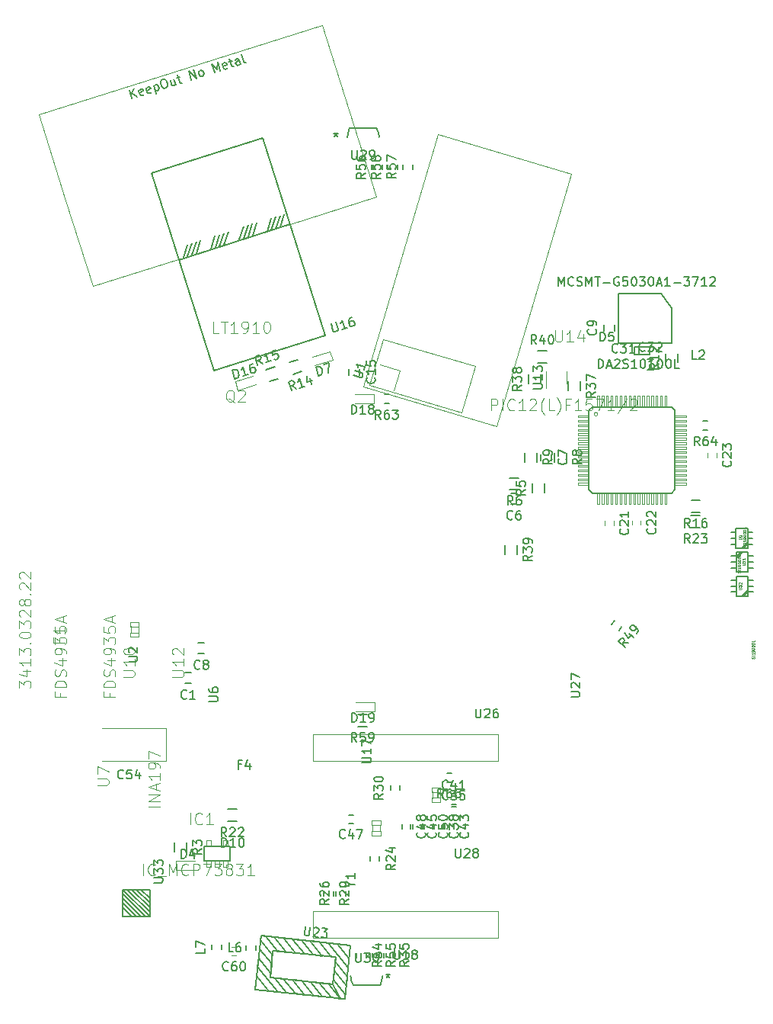
<source format=gbr>
G04 #@! TF.FileFunction,Legend,Top*
%FSLAX46Y46*%
G04 Gerber Fmt 4.6, Leading zero omitted, Abs format (unit mm)*
G04 Created by KiCad (PCBNEW 4.0.5) date 02/24/17 11:29:51*
%MOMM*%
%LPD*%
G01*
G04 APERTURE LIST*
%ADD10C,0.100000*%
%ADD11C,0.127000*%
%ADD12C,0.120000*%
%ADD13C,0.150000*%
%ADD14C,0.066040*%
%ADD15C,0.152400*%
%ADD16C,0.076200*%
%ADD17C,0.101600*%
%ADD18C,0.060960*%
%ADD19C,0.088900*%
G04 APERTURE END LIST*
D10*
D11*
X190102300Y-105155500D02*
X190762700Y-104495100D01*
X190102300Y-105003100D02*
X190597600Y-104495100D01*
X191397700Y-106247700D02*
X191956500Y-106247700D01*
X191397700Y-104952300D02*
X191956500Y-104952300D01*
X190102300Y-105600000D02*
X189543500Y-105600000D01*
X190102300Y-106247700D02*
X189543500Y-106247700D01*
X190102300Y-104952300D02*
X189543500Y-104952300D01*
X191397700Y-105600000D02*
X191956500Y-105600000D01*
X191397700Y-104495100D02*
X191397700Y-106704900D01*
X191397700Y-106704900D02*
X190102300Y-106704900D01*
X190102300Y-106704900D02*
X190102300Y-104495100D01*
X190102300Y-104495100D02*
X191397700Y-104495100D01*
D12*
X149300858Y-85963265D02*
X150815796Y-80848920D01*
X150815796Y-80848920D02*
X161044485Y-83878796D01*
X161044485Y-83878796D02*
X159529547Y-88993140D01*
X159529547Y-88993140D02*
X159529547Y-88993140D01*
X150509338Y-83672142D02*
X152701200Y-84321401D01*
X152701200Y-84321401D02*
X152051940Y-86513263D01*
X152051940Y-86513263D02*
X152051940Y-86513263D01*
X148654853Y-86116082D02*
X156948101Y-58118546D01*
X156948101Y-58118546D02*
X171761866Y-62506583D01*
X171761866Y-62506583D02*
X163468618Y-90504119D01*
X163468618Y-90504119D02*
X148654853Y-86116082D01*
X148654853Y-86116082D02*
X148654853Y-86116082D01*
X159529547Y-88993140D02*
X149300858Y-85963265D01*
X149300858Y-85963265D02*
X149300858Y-85963265D01*
D10*
X140497818Y-68053953D02*
X150034987Y-65046895D01*
X150034987Y-65046895D02*
X144020871Y-45972556D01*
X144020871Y-45972556D02*
X112548212Y-55895848D01*
X118562328Y-74970187D02*
X115555270Y-65433017D01*
X115555270Y-65433017D02*
X112548212Y-55895848D01*
X128099498Y-71963129D02*
X118562328Y-74970187D01*
D13*
X132155778Y-69397643D02*
X131689820Y-70876191D01*
X132640266Y-69244884D02*
X132174308Y-70723432D01*
X133124755Y-69092126D02*
X132658797Y-70570674D01*
X133609243Y-68939367D02*
X133143285Y-70417915D01*
X136789159Y-67884317D02*
X136323201Y-69362865D01*
X136304671Y-68037076D02*
X135838713Y-69515624D01*
X135820183Y-68189834D02*
X135354225Y-69668382D01*
X135335695Y-68342593D02*
X134869737Y-69821141D01*
X138402624Y-67428020D02*
X137936666Y-68906568D01*
X138887112Y-67275261D02*
X138421154Y-68753809D01*
X139371601Y-67122503D02*
X138905643Y-68601051D01*
X139856089Y-66969744D02*
X139390131Y-68448292D01*
X128618809Y-71827701D02*
X129084767Y-70349153D01*
X129103297Y-71674942D02*
X129569255Y-70196394D01*
X129587785Y-71522184D02*
X130053743Y-70043636D01*
X130072274Y-71369425D02*
X130538232Y-69890877D01*
X128122051Y-72034657D02*
X140520371Y-68125482D01*
X132008673Y-84361449D02*
X125092440Y-62425959D01*
X125092440Y-62425959D02*
X137490760Y-58516784D01*
X137490760Y-58516784D02*
X144406993Y-80452274D01*
X144406993Y-80452274D02*
X132008673Y-84361449D01*
X139178547Y-85254077D02*
X138224830Y-85554783D01*
X137818877Y-84267265D02*
X138772594Y-83966559D01*
X183600000Y-82450000D02*
X183600000Y-83450000D01*
X182250000Y-83450000D02*
X182250000Y-82450000D01*
D14*
X172501560Y-89532460D02*
X173702980Y-89532460D01*
X173702980Y-89532460D02*
X173702980Y-89334340D01*
X172501560Y-89334340D02*
X173702980Y-89334340D01*
X172501560Y-89532460D02*
X172501560Y-89334340D01*
X172501560Y-90032840D02*
X173702980Y-90032840D01*
X173702980Y-90032840D02*
X173702980Y-89834720D01*
X172501560Y-89834720D02*
X173702980Y-89834720D01*
X172501560Y-90032840D02*
X172501560Y-89834720D01*
X172501560Y-90533220D02*
X173702980Y-90533220D01*
X173702980Y-90533220D02*
X173702980Y-90332560D01*
X172501560Y-90332560D02*
X173702980Y-90332560D01*
X172501560Y-90533220D02*
X172501560Y-90332560D01*
X172501560Y-91033600D02*
X173702980Y-91033600D01*
X173702980Y-91033600D02*
X173702980Y-90832940D01*
X172501560Y-90832940D02*
X173702980Y-90832940D01*
X172501560Y-91033600D02*
X172501560Y-90832940D01*
X172501560Y-91533980D02*
X173702980Y-91533980D01*
X173702980Y-91533980D02*
X173702980Y-91333320D01*
X172501560Y-91333320D02*
X173702980Y-91333320D01*
X172501560Y-91533980D02*
X172501560Y-91333320D01*
X172501560Y-92034360D02*
X173702980Y-92034360D01*
X173702980Y-92034360D02*
X173702980Y-91833700D01*
X172501560Y-91833700D02*
X173702980Y-91833700D01*
X172501560Y-92034360D02*
X172501560Y-91833700D01*
X172501560Y-92534740D02*
X173702980Y-92534740D01*
X173702980Y-92534740D02*
X173702980Y-92334080D01*
X172501560Y-92334080D02*
X173702980Y-92334080D01*
X172501560Y-92534740D02*
X172501560Y-92334080D01*
X172501560Y-93032580D02*
X173702980Y-93032580D01*
X173702980Y-93032580D02*
X173702980Y-92834460D01*
X172501560Y-92834460D02*
X173702980Y-92834460D01*
X172501560Y-93032580D02*
X172501560Y-92834460D01*
X172501560Y-93530420D02*
X173702980Y-93530420D01*
X173702980Y-93530420D02*
X173702980Y-93332300D01*
X172501560Y-93332300D02*
X173702980Y-93332300D01*
X172501560Y-93530420D02*
X172501560Y-93332300D01*
X172501560Y-94030800D02*
X173702980Y-94030800D01*
X173702980Y-94030800D02*
X173702980Y-93830140D01*
X172501560Y-93830140D02*
X173702980Y-93830140D01*
X172501560Y-94030800D02*
X172501560Y-93830140D01*
X172501560Y-94531180D02*
X173702980Y-94531180D01*
X173702980Y-94531180D02*
X173702980Y-94330520D01*
X172501560Y-94330520D02*
X173702980Y-94330520D01*
X172501560Y-94531180D02*
X172501560Y-94330520D01*
X172501560Y-95031560D02*
X173702980Y-95031560D01*
X173702980Y-95031560D02*
X173702980Y-94830900D01*
X172501560Y-94830900D02*
X173702980Y-94830900D01*
X172501560Y-95031560D02*
X172501560Y-94830900D01*
X172501560Y-95531940D02*
X173702980Y-95531940D01*
X173702980Y-95531940D02*
X173702980Y-95331280D01*
X172501560Y-95331280D02*
X173702980Y-95331280D01*
X172501560Y-95531940D02*
X172501560Y-95331280D01*
X172501560Y-96032320D02*
X173702980Y-96032320D01*
X173702980Y-96032320D02*
X173702980Y-95831660D01*
X172501560Y-95831660D02*
X173702980Y-95831660D01*
X172501560Y-96032320D02*
X172501560Y-95831660D01*
X172501560Y-96530160D02*
X173702980Y-96530160D01*
X173702980Y-96530160D02*
X173702980Y-96332040D01*
X172501560Y-96332040D02*
X173702980Y-96332040D01*
X172501560Y-96530160D02*
X172501560Y-96332040D01*
X172501560Y-97030540D02*
X173702980Y-97030540D01*
X173702980Y-97030540D02*
X173702980Y-96832420D01*
X172501560Y-96832420D02*
X173702980Y-96832420D01*
X172501560Y-97030540D02*
X172501560Y-96832420D01*
X174652940Y-99181920D02*
X174851060Y-99181920D01*
X174851060Y-99181920D02*
X174851060Y-97980500D01*
X174652940Y-97980500D02*
X174851060Y-97980500D01*
X174652940Y-99181920D02*
X174652940Y-97980500D01*
X175153320Y-99181920D02*
X175351440Y-99181920D01*
X175351440Y-99181920D02*
X175351440Y-97980500D01*
X175153320Y-97980500D02*
X175351440Y-97980500D01*
X175153320Y-99181920D02*
X175153320Y-97980500D01*
X175651160Y-99181920D02*
X175851820Y-99181920D01*
X175851820Y-99181920D02*
X175851820Y-97980500D01*
X175651160Y-97980500D02*
X175851820Y-97980500D01*
X175651160Y-99181920D02*
X175651160Y-97980500D01*
X176151540Y-99181920D02*
X176352200Y-99181920D01*
X176352200Y-99181920D02*
X176352200Y-97980500D01*
X176151540Y-97980500D02*
X176352200Y-97980500D01*
X176151540Y-99181920D02*
X176151540Y-97980500D01*
X176651920Y-99181920D02*
X176852580Y-99181920D01*
X176852580Y-99181920D02*
X176852580Y-97980500D01*
X176651920Y-97980500D02*
X176852580Y-97980500D01*
X176651920Y-99181920D02*
X176651920Y-97980500D01*
X177152300Y-99181920D02*
X177352960Y-99181920D01*
X177352960Y-99181920D02*
X177352960Y-97980500D01*
X177152300Y-97980500D02*
X177352960Y-97980500D01*
X177152300Y-99181920D02*
X177152300Y-97980500D01*
X177652680Y-99181920D02*
X177853340Y-99181920D01*
X177853340Y-99181920D02*
X177853340Y-97980500D01*
X177652680Y-97980500D02*
X177853340Y-97980500D01*
X177652680Y-99181920D02*
X177652680Y-97980500D01*
X178153060Y-99181920D02*
X178351180Y-99181920D01*
X178351180Y-99181920D02*
X178351180Y-97980500D01*
X178153060Y-97980500D02*
X178351180Y-97980500D01*
X178153060Y-99181920D02*
X178153060Y-97980500D01*
X178650900Y-99181920D02*
X178849020Y-99181920D01*
X178849020Y-99181920D02*
X178849020Y-97980500D01*
X178650900Y-97980500D02*
X178849020Y-97980500D01*
X178650900Y-99181920D02*
X178650900Y-97980500D01*
X179148740Y-99181920D02*
X179349400Y-99181920D01*
X179349400Y-99181920D02*
X179349400Y-97980500D01*
X179148740Y-97980500D02*
X179349400Y-97980500D01*
X179148740Y-99181920D02*
X179148740Y-97980500D01*
X179649120Y-99181920D02*
X179849780Y-99181920D01*
X179849780Y-99181920D02*
X179849780Y-97980500D01*
X179649120Y-97980500D02*
X179849780Y-97980500D01*
X179649120Y-99181920D02*
X179649120Y-97980500D01*
X180149500Y-99181920D02*
X180350160Y-99181920D01*
X180350160Y-99181920D02*
X180350160Y-97980500D01*
X180149500Y-97980500D02*
X180350160Y-97980500D01*
X180149500Y-99181920D02*
X180149500Y-97980500D01*
X180649880Y-99181920D02*
X180850540Y-99181920D01*
X180850540Y-99181920D02*
X180850540Y-97980500D01*
X180649880Y-97980500D02*
X180850540Y-97980500D01*
X180649880Y-99181920D02*
X180649880Y-97980500D01*
X181150260Y-99181920D02*
X181350920Y-99181920D01*
X181350920Y-99181920D02*
X181350920Y-97980500D01*
X181150260Y-97980500D02*
X181350920Y-97980500D01*
X181150260Y-99181920D02*
X181150260Y-97980500D01*
X181650640Y-99181920D02*
X181848760Y-99181920D01*
X181848760Y-99181920D02*
X181848760Y-97980500D01*
X181650640Y-97980500D02*
X181848760Y-97980500D01*
X181650640Y-99181920D02*
X181650640Y-97980500D01*
X182151020Y-99181920D02*
X182349140Y-99181920D01*
X182349140Y-99181920D02*
X182349140Y-97980500D01*
X182151020Y-97980500D02*
X182349140Y-97980500D01*
X182151020Y-99181920D02*
X182151020Y-97980500D01*
X183299100Y-97030540D02*
X184500520Y-97030540D01*
X184500520Y-97030540D02*
X184500520Y-96832420D01*
X183299100Y-96832420D02*
X184500520Y-96832420D01*
X183299100Y-97030540D02*
X183299100Y-96832420D01*
X183299100Y-96530160D02*
X184500520Y-96530160D01*
X184500520Y-96530160D02*
X184500520Y-96332040D01*
X183299100Y-96332040D02*
X184500520Y-96332040D01*
X183299100Y-96530160D02*
X183299100Y-96332040D01*
X183299100Y-96032320D02*
X184500520Y-96032320D01*
X184500520Y-96032320D02*
X184500520Y-95831660D01*
X183299100Y-95831660D02*
X184500520Y-95831660D01*
X183299100Y-96032320D02*
X183299100Y-95831660D01*
X183299100Y-95531940D02*
X184500520Y-95531940D01*
X184500520Y-95531940D02*
X184500520Y-95331280D01*
X183299100Y-95331280D02*
X184500520Y-95331280D01*
X183299100Y-95531940D02*
X183299100Y-95331280D01*
X183299100Y-95031560D02*
X184500520Y-95031560D01*
X184500520Y-95031560D02*
X184500520Y-94830900D01*
X183299100Y-94830900D02*
X184500520Y-94830900D01*
X183299100Y-95031560D02*
X183299100Y-94830900D01*
X183299100Y-94531180D02*
X184500520Y-94531180D01*
X184500520Y-94531180D02*
X184500520Y-94330520D01*
X183299100Y-94330520D02*
X184500520Y-94330520D01*
X183299100Y-94531180D02*
X183299100Y-94330520D01*
X183299100Y-94030800D02*
X184500520Y-94030800D01*
X184500520Y-94030800D02*
X184500520Y-93830140D01*
X183299100Y-93830140D02*
X184500520Y-93830140D01*
X183299100Y-94030800D02*
X183299100Y-93830140D01*
X183299100Y-93530420D02*
X184500520Y-93530420D01*
X184500520Y-93530420D02*
X184500520Y-93332300D01*
X183299100Y-93332300D02*
X184500520Y-93332300D01*
X183299100Y-93530420D02*
X183299100Y-93332300D01*
X183299100Y-93032580D02*
X184500520Y-93032580D01*
X184500520Y-93032580D02*
X184500520Y-92834460D01*
X183299100Y-92834460D02*
X184500520Y-92834460D01*
X183299100Y-93032580D02*
X183299100Y-92834460D01*
X183299100Y-92534740D02*
X184500520Y-92534740D01*
X184500520Y-92534740D02*
X184500520Y-92334080D01*
X183299100Y-92334080D02*
X184500520Y-92334080D01*
X183299100Y-92534740D02*
X183299100Y-92334080D01*
X183299100Y-92034360D02*
X184500520Y-92034360D01*
X184500520Y-92034360D02*
X184500520Y-91833700D01*
X183299100Y-91833700D02*
X184500520Y-91833700D01*
X183299100Y-92034360D02*
X183299100Y-91833700D01*
X183299100Y-91533980D02*
X184500520Y-91533980D01*
X184500520Y-91533980D02*
X184500520Y-91333320D01*
X183299100Y-91333320D02*
X184500520Y-91333320D01*
X183299100Y-91533980D02*
X183299100Y-91333320D01*
X183299100Y-91033600D02*
X184500520Y-91033600D01*
X184500520Y-91033600D02*
X184500520Y-90832940D01*
X183299100Y-90832940D02*
X184500520Y-90832940D01*
X183299100Y-91033600D02*
X183299100Y-90832940D01*
X183299100Y-90533220D02*
X184500520Y-90533220D01*
X184500520Y-90533220D02*
X184500520Y-90332560D01*
X183299100Y-90332560D02*
X184500520Y-90332560D01*
X183299100Y-90533220D02*
X183299100Y-90332560D01*
X183299100Y-90032840D02*
X184500520Y-90032840D01*
X184500520Y-90032840D02*
X184500520Y-89834720D01*
X183299100Y-89834720D02*
X184500520Y-89834720D01*
X183299100Y-90032840D02*
X183299100Y-89834720D01*
X183299100Y-89532460D02*
X184500520Y-89532460D01*
X184500520Y-89532460D02*
X184500520Y-89334340D01*
X183299100Y-89334340D02*
X184500520Y-89334340D01*
X183299100Y-89532460D02*
X183299100Y-89334340D01*
X182151020Y-88384380D02*
X182349140Y-88384380D01*
X182349140Y-88384380D02*
X182349140Y-87182960D01*
X182151020Y-87182960D02*
X182349140Y-87182960D01*
X182151020Y-88384380D02*
X182151020Y-87182960D01*
X181650640Y-88384380D02*
X181848760Y-88384380D01*
X181848760Y-88384380D02*
X181848760Y-87182960D01*
X181650640Y-87182960D02*
X181848760Y-87182960D01*
X181650640Y-88384380D02*
X181650640Y-87182960D01*
X181150260Y-88384380D02*
X181350920Y-88384380D01*
X181350920Y-88384380D02*
X181350920Y-87182960D01*
X181150260Y-87182960D02*
X181350920Y-87182960D01*
X181150260Y-88384380D02*
X181150260Y-87182960D01*
X180649880Y-88384380D02*
X180850540Y-88384380D01*
X180850540Y-88384380D02*
X180850540Y-87182960D01*
X180649880Y-87182960D02*
X180850540Y-87182960D01*
X180649880Y-88384380D02*
X180649880Y-87182960D01*
X180149500Y-88384380D02*
X180350160Y-88384380D01*
X180350160Y-88384380D02*
X180350160Y-87182960D01*
X180149500Y-87182960D02*
X180350160Y-87182960D01*
X180149500Y-88384380D02*
X180149500Y-87182960D01*
X179649120Y-88384380D02*
X179849780Y-88384380D01*
X179849780Y-88384380D02*
X179849780Y-87182960D01*
X179649120Y-87182960D02*
X179849780Y-87182960D01*
X179649120Y-88384380D02*
X179649120Y-87182960D01*
X179148740Y-88384380D02*
X179349400Y-88384380D01*
X179349400Y-88384380D02*
X179349400Y-87182960D01*
X179148740Y-87182960D02*
X179349400Y-87182960D01*
X179148740Y-88384380D02*
X179148740Y-87182960D01*
X178650900Y-88384380D02*
X178849020Y-88384380D01*
X178849020Y-88384380D02*
X178849020Y-87182960D01*
X178650900Y-87182960D02*
X178849020Y-87182960D01*
X178650900Y-88384380D02*
X178650900Y-87182960D01*
X178153060Y-88384380D02*
X178351180Y-88384380D01*
X178351180Y-88384380D02*
X178351180Y-87182960D01*
X178153060Y-87182960D02*
X178351180Y-87182960D01*
X178153060Y-88384380D02*
X178153060Y-87182960D01*
X177652680Y-88384380D02*
X177853340Y-88384380D01*
X177853340Y-88384380D02*
X177853340Y-87182960D01*
X177652680Y-87182960D02*
X177853340Y-87182960D01*
X177652680Y-88384380D02*
X177652680Y-87182960D01*
X177152300Y-88384380D02*
X177352960Y-88384380D01*
X177352960Y-88384380D02*
X177352960Y-87182960D01*
X177152300Y-87182960D02*
X177352960Y-87182960D01*
X177152300Y-88384380D02*
X177152300Y-87182960D01*
X176651920Y-88384380D02*
X176852580Y-88384380D01*
X176852580Y-88384380D02*
X176852580Y-87182960D01*
X176651920Y-87182960D02*
X176852580Y-87182960D01*
X176651920Y-88384380D02*
X176651920Y-87182960D01*
X176151540Y-88384380D02*
X176352200Y-88384380D01*
X176352200Y-88384380D02*
X176352200Y-87182960D01*
X176151540Y-87182960D02*
X176352200Y-87182960D01*
X176151540Y-88384380D02*
X176151540Y-87182960D01*
X175651160Y-88384380D02*
X175851820Y-88384380D01*
X175851820Y-88384380D02*
X175851820Y-87182960D01*
X175651160Y-87182960D02*
X175851820Y-87182960D01*
X175651160Y-88384380D02*
X175651160Y-87182960D01*
X175153320Y-88384380D02*
X175351440Y-88384380D01*
X175351440Y-88384380D02*
X175351440Y-87182960D01*
X175153320Y-87182960D02*
X175351440Y-87182960D01*
X175153320Y-88384380D02*
X175153320Y-87182960D01*
X174652940Y-88384380D02*
X174851060Y-88384380D01*
X174851060Y-88384380D02*
X174851060Y-87182960D01*
X174652940Y-87182960D02*
X174851060Y-87182960D01*
X174652940Y-88384380D02*
X174652940Y-87182960D01*
D15*
X173702980Y-88783160D02*
X174101760Y-88384380D01*
X174101760Y-88384380D02*
X182900320Y-88384380D01*
X182900320Y-88384380D02*
X183299100Y-88783160D01*
X183299100Y-88783160D02*
X183299100Y-97581720D01*
X183299100Y-97581720D02*
X182900320Y-97980500D01*
X182900320Y-97980500D02*
X174101760Y-97980500D01*
X174101760Y-97980500D02*
X173702980Y-97581720D01*
X173702980Y-97581720D02*
X173702980Y-88783160D01*
D16*
X174700646Y-89184480D02*
G75*
G03X174700646Y-89184480I-197566J0D01*
G01*
D13*
X169025000Y-83525000D02*
X168025000Y-83525000D01*
X168025000Y-82175000D02*
X169025000Y-82175000D01*
X150450000Y-138800000D02*
X150450000Y-138300000D01*
X149400000Y-138300000D02*
X149400000Y-138800000D01*
X147000000Y-134625000D02*
X147500000Y-134625000D01*
X147500000Y-133675000D02*
X147000000Y-133675000D01*
X153067600Y-61490900D02*
X153067600Y-61990900D01*
X154117600Y-61990900D02*
X154117600Y-61490900D01*
X129495600Y-119065600D02*
X128795600Y-119065600D01*
X128795600Y-117865600D02*
X129495600Y-117865600D01*
X165742800Y-99152000D02*
X165042800Y-99152000D01*
X165042800Y-97952000D02*
X165742800Y-97952000D01*
X169521000Y-93633400D02*
X169521000Y-94333400D01*
X168321000Y-94333400D02*
X168321000Y-93633400D01*
X130968800Y-115763600D02*
X130268800Y-115763600D01*
X130268800Y-114563600D02*
X130968800Y-114563600D01*
D12*
X127826080Y-138808840D02*
X127826080Y-139808840D01*
X127826080Y-139808840D02*
X129926080Y-139808840D01*
X127826080Y-138808840D02*
X129926080Y-138808840D01*
D13*
X127645800Y-137781920D02*
X127645800Y-136781920D01*
X128995800Y-136781920D02*
X128995800Y-137781920D01*
X168772200Y-96895600D02*
X168772200Y-97895600D01*
X167422200Y-97895600D02*
X167422200Y-96895600D01*
X164916800Y-96251400D02*
X165916800Y-96251400D01*
X165916800Y-97601400D02*
X164916800Y-97601400D01*
X169875000Y-94475000D02*
X169875000Y-93475000D01*
X171225000Y-93475000D02*
X171225000Y-94475000D01*
X166620400Y-94471400D02*
X166620400Y-93471400D01*
X167970400Y-93471400D02*
X167970400Y-94471400D01*
X133569520Y-133076320D02*
X134569520Y-133076320D01*
X134569520Y-134426320D02*
X133569520Y-134426320D01*
X171425000Y-86575000D02*
X171425000Y-85575000D01*
X172775000Y-85575000D02*
X172775000Y-86575000D01*
X168350000Y-84800000D02*
X168350000Y-85800000D01*
X167000000Y-85800000D02*
X167000000Y-84800000D01*
X164374200Y-104741600D02*
X164374200Y-103741600D01*
X165724200Y-103741600D02*
X165724200Y-104741600D01*
D14*
X131180840Y-139473940D02*
X131681220Y-139473940D01*
X131681220Y-139473940D02*
X131681220Y-138823700D01*
X131180840Y-138823700D02*
X131681220Y-138823700D01*
X131180840Y-139473940D02*
X131180840Y-138823700D01*
X132130800Y-139473940D02*
X132628640Y-139473940D01*
X132628640Y-139473940D02*
X132628640Y-138823700D01*
X132130800Y-138823700D02*
X132628640Y-138823700D01*
X132130800Y-139473940D02*
X132130800Y-138823700D01*
X133078220Y-139473940D02*
X133578600Y-139473940D01*
X133578600Y-139473940D02*
X133578600Y-138823700D01*
X133078220Y-138823700D02*
X133578600Y-138823700D01*
X133078220Y-139473940D02*
X133078220Y-138823700D01*
X133078220Y-137126980D02*
X133578600Y-137126980D01*
X133578600Y-137126980D02*
X133578600Y-136476740D01*
X133078220Y-136476740D02*
X133578600Y-136476740D01*
X133078220Y-137126980D02*
X133078220Y-136476740D01*
X131180840Y-137126980D02*
X131681220Y-137126980D01*
X131681220Y-137126980D02*
X131681220Y-136476740D01*
X131180840Y-136476740D02*
X131681220Y-136476740D01*
X131180840Y-137126980D02*
X131180840Y-136476740D01*
D15*
X133799580Y-137167620D02*
X133799580Y-138783060D01*
X133799580Y-138783060D02*
X130959860Y-138783060D01*
X130959860Y-138783060D02*
X130959860Y-137167620D01*
X130959860Y-137167620D02*
X133799580Y-137167620D01*
X131859020Y-137167620D02*
X132900420Y-137167620D01*
X131953000Y-138783060D02*
X131859020Y-138783060D01*
X132900420Y-138783060D02*
X132806440Y-138783060D01*
X131053840Y-138783060D02*
X130959860Y-138783060D01*
X133799580Y-138783060D02*
X133705600Y-138783060D01*
X133705600Y-137167620D02*
X133799580Y-137167620D01*
X130959860Y-137167620D02*
X131053840Y-137167620D01*
D12*
X168915000Y-84425000D02*
X168915000Y-86325000D01*
X171235000Y-85825000D02*
X171235000Y-84425000D01*
D13*
X179292400Y-82535980D02*
X179292400Y-81735980D01*
X180492400Y-81735980D02*
X180492400Y-82535980D01*
X180492400Y-82535980D02*
X178792400Y-82535980D01*
X178792400Y-82535980D02*
X178792400Y-81735980D01*
X178792400Y-81735980D02*
X180492400Y-81735980D01*
D11*
X191361300Y-103415300D02*
X190700900Y-104075700D01*
X191361300Y-103567700D02*
X190866000Y-104075700D01*
X190065900Y-102323100D02*
X189507100Y-102323100D01*
X190065900Y-103618500D02*
X189507100Y-103618500D01*
X191361300Y-102970800D02*
X191920100Y-102970800D01*
X191361300Y-102323100D02*
X191920100Y-102323100D01*
X191361300Y-103618500D02*
X191920100Y-103618500D01*
X190065900Y-102970800D02*
X189507100Y-102970800D01*
X190065900Y-104075700D02*
X190065900Y-101865900D01*
X190065900Y-101865900D02*
X191361300Y-101865900D01*
X191361300Y-101865900D02*
X191361300Y-104075700D01*
X191361300Y-104075700D02*
X190065900Y-104075700D01*
D13*
X175406760Y-79943440D02*
X175406760Y-79243440D01*
X176606760Y-79243440D02*
X176606760Y-79943440D01*
X148225000Y-84150000D02*
X148225000Y-84850000D01*
X147025000Y-84850000D02*
X147025000Y-84150000D01*
X180225000Y-83067600D02*
X180925000Y-83067600D01*
X180925000Y-84267600D02*
X180225000Y-84267600D01*
D12*
X145229411Y-83155906D02*
X144928705Y-82202189D01*
X144928705Y-82202189D02*
X142925900Y-82833671D01*
X145229411Y-83155906D02*
X143226605Y-83787388D01*
X134371841Y-85562859D02*
X134672547Y-86516576D01*
X134672547Y-86516576D02*
X136675352Y-85885094D01*
X134371841Y-85562859D02*
X136374647Y-84931377D01*
D13*
X182954280Y-81305440D02*
X182954280Y-77405440D01*
X182954280Y-77405440D02*
X181704280Y-75805440D01*
X177004280Y-75805440D02*
X177004280Y-81305440D01*
X177004280Y-81305440D02*
X182954280Y-81305440D01*
X181704280Y-75805440D02*
X177004280Y-75805440D01*
X140413077Y-83450523D02*
X141366794Y-83149817D01*
X141772747Y-84437335D02*
X140819030Y-84738041D01*
X185084400Y-98740600D02*
X186084400Y-98740600D01*
X186084400Y-100090600D02*
X185084400Y-100090600D01*
X185072400Y-100467800D02*
X186072400Y-100467800D01*
X186072400Y-101817800D02*
X185072400Y-101817800D01*
D14*
X157218300Y-131131800D02*
X157218300Y-130633960D01*
X157218300Y-130633960D02*
X156268340Y-130633960D01*
X156268340Y-131131800D02*
X156268340Y-130633960D01*
X157218300Y-131131800D02*
X156268340Y-131131800D01*
X157218300Y-132300200D02*
X157218300Y-131799820D01*
X157218300Y-131799820D02*
X156268340Y-131799820D01*
X156268340Y-132300200D02*
X156268340Y-131799820D01*
X157218300Y-132300200D02*
X156268340Y-132300200D01*
D17*
X156316600Y-131817600D02*
X156316600Y-131106400D01*
X157164960Y-131817600D02*
X157164960Y-131106400D01*
D14*
X149605100Y-135506840D02*
X149605100Y-136004680D01*
X149605100Y-136004680D02*
X150555060Y-136004680D01*
X150555060Y-135506840D02*
X150555060Y-136004680D01*
X149605100Y-135506840D02*
X150555060Y-135506840D01*
X149605100Y-134338440D02*
X149605100Y-134838820D01*
X149605100Y-134838820D02*
X150555060Y-134838820D01*
X150555060Y-134338440D02*
X150555060Y-134838820D01*
X149605100Y-134338440D02*
X150555060Y-134338440D01*
D17*
X150506800Y-134821040D02*
X150506800Y-135532240D01*
X149658440Y-134821040D02*
X149658440Y-135532240D01*
D13*
X177041022Y-113202655D02*
X177362416Y-112819632D01*
X176558070Y-112144705D02*
X176236676Y-112527728D01*
D12*
X149839200Y-87977600D02*
X149839200Y-86977600D01*
X149839200Y-86977600D02*
X147739200Y-86977600D01*
X149839200Y-87977600D02*
X147739200Y-87977600D01*
D11*
X191397700Y-108719500D02*
X190737300Y-109379900D01*
X191397700Y-108871900D02*
X190902400Y-109379900D01*
X190102300Y-107627300D02*
X189543500Y-107627300D01*
X190102300Y-108922700D02*
X189543500Y-108922700D01*
X191397700Y-108275000D02*
X191956500Y-108275000D01*
X191397700Y-107627300D02*
X191956500Y-107627300D01*
X191397700Y-108922700D02*
X191956500Y-108922700D01*
X190102300Y-108275000D02*
X189543500Y-108275000D01*
X190102300Y-109379900D02*
X190102300Y-107170100D01*
X190102300Y-107170100D02*
X191397700Y-107170100D01*
X191397700Y-107170100D02*
X191397700Y-109379900D01*
X191397700Y-109379900D02*
X190102300Y-109379900D01*
D12*
X149875000Y-122175000D02*
X149875000Y-121175000D01*
X149875000Y-121175000D02*
X147775000Y-121175000D01*
X149875000Y-122175000D02*
X147775000Y-122175000D01*
D13*
X148050000Y-122550000D02*
X149050000Y-122550000D01*
X149050000Y-123900000D02*
X148050000Y-123900000D01*
D10*
X163619200Y-147315200D02*
X143019200Y-147315200D01*
X143019200Y-147315200D02*
X143019200Y-144375200D01*
X143019200Y-144375200D02*
X163619200Y-144375200D01*
X163619200Y-144375200D02*
X163619200Y-147315200D01*
D12*
X134005600Y-149319000D02*
X134505600Y-149319000D01*
X134505600Y-148369000D02*
X134005600Y-148369000D01*
D13*
X135619000Y-148187600D02*
X135619000Y-148687600D01*
X136669000Y-148687600D02*
X136669000Y-148187600D01*
X131809000Y-148144000D02*
X131809000Y-148644000D01*
X132859000Y-148644000D02*
X132859000Y-148144000D01*
X143727868Y-147795227D02*
X145062858Y-149443803D01*
X142733346Y-147690699D02*
X143727868Y-147795227D01*
X144068336Y-149339274D02*
X142733346Y-147690699D01*
X143073815Y-149234746D02*
X144068336Y-149339274D01*
X141738824Y-147586170D02*
X143073815Y-149234746D01*
X140744303Y-147481642D02*
X141738824Y-147586170D01*
X142079293Y-149130217D02*
X140744303Y-147481642D01*
X141084771Y-149025689D02*
X142079293Y-149130217D01*
X139749781Y-147377113D02*
X141084771Y-149025689D01*
X138755259Y-147272585D02*
X139749781Y-147377113D01*
X140090249Y-148921160D02*
X138755259Y-147272585D01*
X139095727Y-148816632D02*
X140090249Y-148921160D01*
X137760737Y-147168056D02*
X139095727Y-148816632D01*
X137263476Y-147115792D02*
X137760737Y-147168056D01*
X137211212Y-147613053D02*
X137263476Y-147115792D01*
X138546202Y-149261628D02*
X137211212Y-147613053D01*
X137211212Y-147613053D02*
X138546202Y-149261628D01*
X145716912Y-148004284D02*
X147051902Y-149652859D01*
X144722390Y-147899755D02*
X145716912Y-148004284D01*
X146947374Y-150647381D02*
X144722390Y-147899755D01*
X146842845Y-151641903D02*
X146947374Y-150647381D01*
X145560119Y-149496067D02*
X145062858Y-149443803D01*
X145507855Y-149993328D02*
X145560119Y-149496067D01*
X146842845Y-151641903D02*
X145507855Y-149993328D01*
X146738317Y-152636425D02*
X146842845Y-151641903D01*
X145403327Y-150987850D02*
X146738317Y-152636425D01*
X145298798Y-151982372D02*
X145403327Y-150987850D01*
X146633788Y-153630947D02*
X145298798Y-151982372D01*
X146581524Y-154128208D02*
X146633788Y-153630947D01*
X146084263Y-154075944D02*
X146581524Y-154128208D01*
X144749273Y-152427368D02*
X146084263Y-154075944D01*
X145246534Y-152479632D02*
X144749273Y-152427368D01*
X146084263Y-154075944D02*
X145246534Y-152479632D01*
X145089741Y-153971415D02*
X146084263Y-154075944D01*
X143754751Y-152322840D02*
X145089741Y-153971415D01*
X144252012Y-152375104D02*
X143754751Y-152322840D01*
X142760229Y-152218311D02*
X144252012Y-152375104D01*
X144095219Y-153866887D02*
X142760229Y-152218311D01*
X143100697Y-153762358D02*
X144095219Y-153866887D01*
X141765707Y-152113783D02*
X143100697Y-153762358D01*
X140771185Y-152009254D02*
X141765707Y-152113783D01*
X142106176Y-153657830D02*
X140771185Y-152009254D01*
X141111654Y-153553301D02*
X142106176Y-153657830D01*
X139776664Y-151904726D02*
X141111654Y-153553301D01*
X138284881Y-151747933D02*
X139776664Y-151904726D01*
X138441673Y-150256150D02*
X138284881Y-151747933D01*
X137106683Y-148607575D02*
X138441673Y-150256150D01*
X138337145Y-151250672D02*
X137002155Y-149602097D01*
X140117132Y-153448773D02*
X138782142Y-151800197D01*
X139776664Y-151904726D02*
X139279403Y-151852462D01*
X138284881Y-151747933D02*
X139776664Y-151904726D01*
X138389409Y-150753411D02*
X138284881Y-151747933D01*
X136897626Y-150596619D02*
X137002155Y-149602097D01*
X139122610Y-153344245D02*
X136897626Y-150596619D01*
X138128088Y-153239716D02*
X139122610Y-153344245D01*
X136793098Y-151591141D02*
X138128088Y-153239716D01*
X136636305Y-153082923D02*
X137263476Y-147115792D01*
X146581524Y-154128208D02*
X136636305Y-153082923D01*
X147208695Y-148161077D02*
X146581524Y-154128208D01*
X137263476Y-147115792D02*
X147208695Y-148161077D01*
X138598466Y-148764368D02*
X138284881Y-151747933D01*
X145560119Y-149496067D02*
X138598466Y-148764368D01*
X145246534Y-152479632D02*
X145560119Y-149496067D01*
X138284881Y-151747933D02*
X145246534Y-152479632D01*
X124900000Y-142975000D02*
X123900000Y-141975000D01*
X124900000Y-143475000D02*
X124900000Y-142975000D01*
X123400000Y-141975000D02*
X124900000Y-143475000D01*
X122900000Y-141975000D02*
X123400000Y-141975000D01*
X124900000Y-143975000D02*
X122900000Y-141975000D01*
X124900000Y-144475000D02*
X124900000Y-143975000D01*
X122400000Y-141975000D02*
X124900000Y-144475000D01*
X122900000Y-144975000D02*
X121900000Y-143975000D01*
X123400000Y-144975000D02*
X122900000Y-144975000D01*
X121900000Y-143475000D02*
X123400000Y-144975000D01*
X121900000Y-142975000D02*
X121900000Y-143475000D01*
X123900000Y-144975000D02*
X121900000Y-142975000D01*
X124400000Y-144975000D02*
X123900000Y-144975000D01*
X121900000Y-142475000D02*
X124400000Y-144975000D01*
X121900000Y-141975000D02*
X121900000Y-142475000D01*
X124900000Y-144975000D02*
X121900000Y-141975000D01*
X124900000Y-144975000D02*
X121900000Y-144975000D01*
X124900000Y-141975000D02*
X124900000Y-144975000D01*
X121900000Y-141975000D02*
X124900000Y-141975000D01*
X121900000Y-144975000D02*
X121900000Y-141975000D01*
X147222224Y-151600000D02*
G75*
G03X147525000Y-152600000I1802776J0D01*
G01*
X150537461Y-152606230D02*
G75*
G03X150775000Y-151600000I-2012461J1006230D01*
G01*
X147525000Y-152600000D02*
X150525000Y-152600000D01*
X150537461Y-152606230D02*
G75*
G03X150775000Y-151600000I-2012461J1006230D01*
G01*
X150402776Y-58450000D02*
G75*
G03X150100000Y-57450000I-1802776J0D01*
G01*
X147087539Y-57443770D02*
G75*
G03X146850000Y-58450000I2012461J-1006230D01*
G01*
X150100000Y-57450000D02*
X147100000Y-57450000D01*
X147087539Y-57443770D02*
G75*
G03X146850000Y-58450000I2012461J-1006230D01*
G01*
D10*
X143012142Y-124740000D02*
X163612142Y-124740000D01*
X163612142Y-124740000D02*
X163612142Y-127680000D01*
X163612142Y-127680000D02*
X143012142Y-127680000D01*
X143012142Y-127680000D02*
X143012142Y-124740000D01*
D12*
X126700000Y-127725000D02*
X119600000Y-127725000D01*
X126700000Y-124025000D02*
X119600000Y-124025000D01*
X126700000Y-127725000D02*
X126700000Y-124025000D01*
D13*
X151950000Y-149525000D02*
X151950000Y-149025000D01*
X150900000Y-149025000D02*
X150900000Y-149525000D01*
X148950000Y-149525000D02*
X148950000Y-149025000D01*
X147900000Y-149025000D02*
X147900000Y-149525000D01*
X150450000Y-149525000D02*
X150450000Y-149025000D01*
X149400000Y-149025000D02*
X149400000Y-149525000D01*
X149692600Y-61515900D02*
X149692600Y-62015900D01*
X150742600Y-62015900D02*
X150742600Y-61515900D01*
X151367600Y-61515900D02*
X151367600Y-62015900D01*
X152417600Y-62015900D02*
X152417600Y-61515900D01*
X150974400Y-88002600D02*
X151474400Y-88002600D01*
X151474400Y-86952600D02*
X150974400Y-86952600D01*
D12*
X179494200Y-101494400D02*
X179494200Y-100994400D01*
X178544200Y-100994400D02*
X178544200Y-101494400D01*
X187891440Y-94007660D02*
X187891440Y-93507660D01*
X186941440Y-93507660D02*
X186941440Y-94007660D01*
X177799720Y-83144340D02*
X177299720Y-83144340D01*
X177299720Y-84094340D02*
X177799720Y-84094340D01*
X176457540Y-101545200D02*
X176457540Y-101045200D01*
X175507540Y-101045200D02*
X175507540Y-101545200D01*
D13*
X145626964Y-142152200D02*
X145626964Y-142652200D01*
X146676964Y-142652200D02*
X146676964Y-142152200D01*
X145306564Y-142650000D02*
X145306564Y-142150000D01*
X144256564Y-142150000D02*
X144256564Y-142650000D01*
X151650000Y-130450000D02*
X151650000Y-130950000D01*
X152700000Y-130950000D02*
X152700000Y-130450000D01*
D14*
X123694900Y-112768160D02*
X123694900Y-112270320D01*
X123694900Y-112270320D02*
X122744940Y-112270320D01*
X122744940Y-112768160D02*
X122744940Y-112270320D01*
X123694900Y-112768160D02*
X122744940Y-112768160D01*
X123694900Y-113936560D02*
X123694900Y-113436180D01*
X123694900Y-113436180D02*
X122744940Y-113436180D01*
X122744940Y-113936560D02*
X122744940Y-113436180D01*
X123694900Y-113936560D02*
X122744940Y-113936560D01*
D17*
X122793200Y-113453960D02*
X122793200Y-112742760D01*
X123641560Y-113453960D02*
X123641560Y-112742760D01*
D13*
X186425000Y-90949000D02*
X186925000Y-90949000D01*
X186925000Y-89899000D02*
X186425000Y-89899000D01*
X157934000Y-130065000D02*
X158434000Y-130065000D01*
X158434000Y-129015000D02*
X157934000Y-129015000D01*
X158923400Y-132762000D02*
X158423400Y-132762000D01*
X158423400Y-133712000D02*
X158923400Y-133712000D01*
X157498400Y-135237000D02*
X157498400Y-134737000D01*
X156548400Y-134737000D02*
X156548400Y-135237000D01*
X158923400Y-131612000D02*
X158423400Y-131612000D01*
X158423400Y-132562000D02*
X158923400Y-132562000D01*
X158673400Y-135237000D02*
X158673400Y-134737000D01*
X157723400Y-134737000D02*
X157723400Y-135237000D01*
X155073400Y-135237000D02*
X155073400Y-134737000D01*
X154123400Y-134737000D02*
X154123400Y-135237000D01*
X153898400Y-135237000D02*
X153898400Y-134737000D01*
X152948400Y-134737000D02*
X152948400Y-135237000D01*
X156323400Y-135237000D02*
X156323400Y-134737000D01*
X155373400Y-134737000D02*
X155373400Y-135237000D01*
D18*
X190786528Y-105971082D02*
X191029158Y-105971082D01*
X191057703Y-105956810D01*
X191071975Y-105942537D01*
X191086248Y-105913993D01*
X191086248Y-105856903D01*
X191071975Y-105828358D01*
X191057703Y-105814086D01*
X191029158Y-105799814D01*
X190786528Y-105799814D01*
X190786528Y-105685635D02*
X190786528Y-105500094D01*
X190900707Y-105600001D01*
X190900707Y-105557183D01*
X190914979Y-105528639D01*
X190929251Y-105514366D01*
X190957796Y-105500094D01*
X191029158Y-105500094D01*
X191057703Y-105514366D01*
X191071975Y-105528639D01*
X191086248Y-105557183D01*
X191086248Y-105642818D01*
X191071975Y-105671362D01*
X191057703Y-105685635D01*
X191086248Y-105214646D02*
X191086248Y-105385914D01*
X191086248Y-105300280D02*
X190786528Y-105300280D01*
X190829345Y-105328825D01*
X190857890Y-105357370D01*
X190872162Y-105385914D01*
X190571595Y-106799727D02*
X190585868Y-106756910D01*
X190585868Y-106685548D01*
X190571595Y-106657004D01*
X190557323Y-106642731D01*
X190528778Y-106628459D01*
X190500233Y-106628459D01*
X190471689Y-106642731D01*
X190457416Y-106657004D01*
X190443144Y-106685548D01*
X190428871Y-106742638D01*
X190414599Y-106771183D01*
X190400327Y-106785455D01*
X190371782Y-106799727D01*
X190343237Y-106799727D01*
X190314692Y-106785455D01*
X190300420Y-106771183D01*
X190286148Y-106742638D01*
X190286148Y-106671276D01*
X190300420Y-106628459D01*
X190585868Y-106500007D02*
X190386054Y-106500007D01*
X190286148Y-106500007D02*
X190300420Y-106514279D01*
X190314692Y-106500007D01*
X190300420Y-106485735D01*
X190286148Y-106500007D01*
X190314692Y-106500007D01*
X190585868Y-106200287D02*
X190585868Y-106371555D01*
X190585868Y-106285921D02*
X190286148Y-106285921D01*
X190328965Y-106314466D01*
X190357510Y-106343011D01*
X190371782Y-106371555D01*
X190585868Y-106057563D02*
X190585868Y-106000473D01*
X190571595Y-105971928D01*
X190557323Y-105957656D01*
X190514506Y-105929111D01*
X190457416Y-105914839D01*
X190343237Y-105914839D01*
X190314692Y-105929111D01*
X190300420Y-105943384D01*
X190286148Y-105971928D01*
X190286148Y-106029018D01*
X190300420Y-106057563D01*
X190314692Y-106071835D01*
X190343237Y-106086107D01*
X190414599Y-106086107D01*
X190443144Y-106071835D01*
X190457416Y-106057563D01*
X190471689Y-106029018D01*
X190471689Y-105971928D01*
X190457416Y-105943384D01*
X190443144Y-105929111D01*
X190414599Y-105914839D01*
X190286148Y-105729298D02*
X190286148Y-105700753D01*
X190300420Y-105672208D01*
X190314692Y-105657936D01*
X190343237Y-105643663D01*
X190400327Y-105629391D01*
X190471689Y-105629391D01*
X190528778Y-105643663D01*
X190557323Y-105657936D01*
X190571595Y-105672208D01*
X190585868Y-105700753D01*
X190585868Y-105729298D01*
X190571595Y-105757842D01*
X190557323Y-105772115D01*
X190528778Y-105786387D01*
X190471689Y-105800659D01*
X190400327Y-105800659D01*
X190343237Y-105786387D01*
X190314692Y-105772115D01*
X190300420Y-105757842D01*
X190286148Y-105729298D01*
X190286148Y-105443850D02*
X190286148Y-105415305D01*
X190300420Y-105386760D01*
X190314692Y-105372488D01*
X190343237Y-105358215D01*
X190400327Y-105343943D01*
X190471689Y-105343943D01*
X190528778Y-105358215D01*
X190557323Y-105372488D01*
X190571595Y-105386760D01*
X190585868Y-105415305D01*
X190585868Y-105443850D01*
X190571595Y-105472394D01*
X190557323Y-105486667D01*
X190528778Y-105500939D01*
X190471689Y-105515211D01*
X190400327Y-105515211D01*
X190343237Y-105500939D01*
X190314692Y-105486667D01*
X190300420Y-105472394D01*
X190286148Y-105443850D01*
X190585868Y-105215491D02*
X190286148Y-105215491D01*
X190286148Y-105144129D01*
X190300420Y-105101312D01*
X190328965Y-105072767D01*
X190357510Y-105058495D01*
X190414599Y-105044223D01*
X190457416Y-105044223D01*
X190514506Y-105058495D01*
X190543050Y-105072767D01*
X190571595Y-105101312D01*
X190585868Y-105144129D01*
X190585868Y-105215491D01*
X190585868Y-104773047D02*
X190585868Y-104915771D01*
X190286148Y-104915771D01*
D13*
X147504879Y-84901354D02*
X148281067Y-85131272D01*
X148385908Y-85112663D01*
X148445090Y-85080529D01*
X148517797Y-85002738D01*
X148571896Y-84820104D01*
X148553287Y-84715264D01*
X148521153Y-84656081D01*
X148443362Y-84583374D01*
X147667174Y-84353457D01*
X148910009Y-83678653D02*
X148747714Y-84226550D01*
X148828862Y-83952602D02*
X147870042Y-83668586D01*
X147979967Y-83800476D01*
X148044234Y-83918841D01*
X148062843Y-84023682D01*
X145045097Y-79144233D02*
X145288525Y-79916290D01*
X145362579Y-79992800D01*
X145422313Y-80023896D01*
X145527463Y-80040673D01*
X145709124Y-79983395D01*
X145785635Y-79909341D01*
X145816730Y-79849607D01*
X145833507Y-79744458D01*
X145590078Y-78972401D01*
X146844501Y-79625412D02*
X146299519Y-79797244D01*
X146572010Y-79711328D02*
X146271304Y-78757611D01*
X146223432Y-78922495D01*
X146161240Y-79041964D01*
X146084729Y-79116017D01*
X147361267Y-78413947D02*
X147179606Y-78471225D01*
X147103095Y-78545278D01*
X147071999Y-78605013D01*
X147024127Y-78769896D01*
X147035989Y-78965876D01*
X147150544Y-79329197D01*
X147224598Y-79405708D01*
X147284332Y-79436804D01*
X147389481Y-79453580D01*
X147571143Y-79396303D01*
X147647653Y-79322249D01*
X147678749Y-79262515D01*
X147695526Y-79157365D01*
X147623929Y-78930290D01*
X147549875Y-78853778D01*
X147490141Y-78822683D01*
X147384991Y-78805906D01*
X147203330Y-78863184D01*
X147126819Y-78937237D01*
X147095724Y-78996972D01*
X147078947Y-79102122D01*
X122930855Y-54145077D02*
X122630150Y-53191360D01*
X123475837Y-53973245D02*
X122895269Y-53557137D01*
X123175131Y-53019528D02*
X122801982Y-53736341D01*
X124233574Y-53684401D02*
X124157064Y-53758455D01*
X123975402Y-53815732D01*
X123870253Y-53798956D01*
X123796199Y-53722445D01*
X123681645Y-53359124D01*
X123698421Y-53253974D01*
X123774932Y-53179921D01*
X123956593Y-53122643D01*
X124061742Y-53139419D01*
X124135796Y-53215930D01*
X124164435Y-53306761D01*
X123738922Y-53540785D01*
X125051046Y-53426653D02*
X124974535Y-53500707D01*
X124792874Y-53557984D01*
X124687725Y-53541208D01*
X124613671Y-53464697D01*
X124499116Y-53101376D01*
X124515893Y-52996226D01*
X124592404Y-52922173D01*
X124774065Y-52864895D01*
X124879214Y-52881672D01*
X124953268Y-52958182D01*
X124981907Y-53049013D01*
X124556394Y-53283037D01*
X125319045Y-52693063D02*
X125619751Y-53646780D01*
X125333365Y-52738478D02*
X125409875Y-52664425D01*
X125591537Y-52607147D01*
X125696686Y-52623924D01*
X125756420Y-52655019D01*
X125830474Y-52731530D01*
X125916390Y-53004021D01*
X125899614Y-53109171D01*
X125868518Y-53168905D01*
X125792007Y-53242959D01*
X125610346Y-53300236D01*
X125505197Y-53283460D01*
X126263357Y-52045814D02*
X126445018Y-51988536D01*
X126550168Y-52005313D01*
X126669636Y-52067504D01*
X126772329Y-52234845D01*
X126872564Y-52552751D01*
X126884426Y-52748731D01*
X126822235Y-52868199D01*
X126745724Y-52942253D01*
X126564063Y-52999531D01*
X126458914Y-52982754D01*
X126339445Y-52920563D01*
X126236753Y-52753222D01*
X126136517Y-52435316D01*
X126124655Y-52239336D01*
X126186846Y-52119867D01*
X126263357Y-52045814D01*
X127589801Y-51977097D02*
X127790271Y-52612909D01*
X127181064Y-52105971D02*
X127338577Y-52605538D01*
X127412631Y-52682048D01*
X127517780Y-52698825D01*
X127654026Y-52655867D01*
X127730537Y-52581813D01*
X127761633Y-52522079D01*
X127907706Y-51876862D02*
X128271026Y-51762307D01*
X127943716Y-51515999D02*
X128201464Y-52333470D01*
X128275517Y-52409981D01*
X128380667Y-52426758D01*
X128471497Y-52398119D01*
X129516045Y-52068774D02*
X129215339Y-51115057D01*
X130061026Y-51896942D01*
X129760321Y-50943225D01*
X130651422Y-51710791D02*
X130546273Y-51694015D01*
X130486538Y-51662919D01*
X130412485Y-51586408D01*
X130326568Y-51313917D01*
X130343345Y-51208768D01*
X130374441Y-51149033D01*
X130450951Y-51074980D01*
X130587198Y-51032021D01*
X130692347Y-51048798D01*
X130752081Y-51079894D01*
X130826135Y-51156404D01*
X130912051Y-51428896D01*
X130895275Y-51534045D01*
X130864179Y-51593779D01*
X130787668Y-51667833D01*
X130651422Y-51710791D01*
X132104705Y-51252573D02*
X131804000Y-50298856D01*
X132336696Y-50879847D01*
X132439811Y-50098385D01*
X132740517Y-51052102D01*
X133543670Y-50748939D02*
X133467159Y-50822993D01*
X133285498Y-50880270D01*
X133180348Y-50863494D01*
X133106295Y-50786983D01*
X132991740Y-50423662D01*
X133008516Y-50318512D01*
X133085027Y-50244459D01*
X133266688Y-50187181D01*
X133371838Y-50203958D01*
X133445891Y-50280468D01*
X133474530Y-50371299D01*
X133049017Y-50605323D01*
X133675424Y-50058307D02*
X134038744Y-49943753D01*
X133711434Y-49697444D02*
X133969181Y-50514916D01*
X134043235Y-50591427D01*
X134148385Y-50608203D01*
X134239215Y-50579565D01*
X134965857Y-50350455D02*
X134808345Y-49850889D01*
X134734291Y-49774378D01*
X134629142Y-49757601D01*
X134447480Y-49814879D01*
X134370970Y-49888933D01*
X134951538Y-50305040D02*
X134875027Y-50379094D01*
X134647951Y-50450690D01*
X134542802Y-50433914D01*
X134468748Y-50357403D01*
X134440109Y-50266573D01*
X134456886Y-50161424D01*
X134533397Y-50087370D01*
X134760473Y-50015773D01*
X134836984Y-49941720D01*
X135556253Y-50164304D02*
X135451104Y-50147528D01*
X135377050Y-50071017D01*
X135119302Y-49253545D01*
X137450301Y-83573363D02*
X136989201Y-83219447D01*
X136905319Y-83745195D02*
X136604614Y-82791478D01*
X136967935Y-82676924D01*
X137073084Y-82693700D01*
X137132819Y-82724796D01*
X137206872Y-82801306D01*
X137249830Y-82937552D01*
X137233054Y-83042701D01*
X137201958Y-83102435D01*
X137125447Y-83176489D01*
X136762126Y-83291044D01*
X138358603Y-83286977D02*
X137813621Y-83458809D01*
X138086112Y-83372893D02*
X137785406Y-82419176D01*
X137737534Y-82584060D01*
X137675342Y-82703528D01*
X137598831Y-82777582D01*
X138920784Y-82061193D02*
X138466633Y-82204386D01*
X138564411Y-82672856D01*
X138595506Y-82613121D01*
X138672017Y-82539068D01*
X138899093Y-82467471D01*
X139004243Y-82484247D01*
X139063977Y-82515343D01*
X139138031Y-82591855D01*
X139209628Y-82818930D01*
X139192851Y-82924079D01*
X139161755Y-82983814D01*
X139085245Y-83057868D01*
X138858168Y-83129464D01*
X138753019Y-83112688D01*
X138693285Y-83081592D01*
X181477381Y-83592857D02*
X181001190Y-83926191D01*
X181477381Y-84164286D02*
X180477381Y-84164286D01*
X180477381Y-83783333D01*
X180525000Y-83688095D01*
X180572619Y-83640476D01*
X180667857Y-83592857D01*
X180810714Y-83592857D01*
X180905952Y-83640476D01*
X180953571Y-83688095D01*
X181001190Y-83783333D01*
X181001190Y-84164286D01*
X181477381Y-82640476D02*
X181477381Y-83211905D01*
X181477381Y-82926191D02*
X180477381Y-82926191D01*
X180620238Y-83021429D01*
X180715476Y-83116667D01*
X180763095Y-83211905D01*
X180572619Y-82259524D02*
X180525000Y-82211905D01*
X180477381Y-82116667D01*
X180477381Y-81878571D01*
X180525000Y-81783333D01*
X180572619Y-81735714D01*
X180667857Y-81688095D01*
X180763095Y-81688095D01*
X180905952Y-81735714D01*
X181477381Y-82307143D01*
X181477381Y-81688095D01*
X167882143Y-81402381D02*
X167548809Y-80926190D01*
X167310714Y-81402381D02*
X167310714Y-80402381D01*
X167691667Y-80402381D01*
X167786905Y-80450000D01*
X167834524Y-80497619D01*
X167882143Y-80592857D01*
X167882143Y-80735714D01*
X167834524Y-80830952D01*
X167786905Y-80878571D01*
X167691667Y-80926190D01*
X167310714Y-80926190D01*
X168739286Y-80735714D02*
X168739286Y-81402381D01*
X168501190Y-80354762D02*
X168263095Y-81069048D01*
X168882143Y-81069048D01*
X169453571Y-80402381D02*
X169548810Y-80402381D01*
X169644048Y-80450000D01*
X169691667Y-80497619D01*
X169739286Y-80592857D01*
X169786905Y-80783333D01*
X169786905Y-81021429D01*
X169739286Y-81211905D01*
X169691667Y-81307143D01*
X169644048Y-81354762D01*
X169548810Y-81402381D01*
X169453571Y-81402381D01*
X169358333Y-81354762D01*
X169310714Y-81307143D01*
X169263095Y-81211905D01*
X169215476Y-81021429D01*
X169215476Y-80783333D01*
X169263095Y-80592857D01*
X169310714Y-80497619D01*
X169358333Y-80450000D01*
X169453571Y-80402381D01*
X158886905Y-137452381D02*
X158886905Y-138261905D01*
X158934524Y-138357143D01*
X158982143Y-138404762D01*
X159077381Y-138452381D01*
X159267858Y-138452381D01*
X159363096Y-138404762D01*
X159410715Y-138357143D01*
X159458334Y-138261905D01*
X159458334Y-137452381D01*
X159886905Y-137547619D02*
X159934524Y-137500000D01*
X160029762Y-137452381D01*
X160267858Y-137452381D01*
X160363096Y-137500000D01*
X160410715Y-137547619D01*
X160458334Y-137642857D01*
X160458334Y-137738095D01*
X160410715Y-137880952D01*
X159839286Y-138452381D01*
X160458334Y-138452381D01*
X161029762Y-137880952D02*
X160934524Y-137833333D01*
X160886905Y-137785714D01*
X160839286Y-137690476D01*
X160839286Y-137642857D01*
X160886905Y-137547619D01*
X160934524Y-137500000D01*
X161029762Y-137452381D01*
X161220239Y-137452381D01*
X161315477Y-137500000D01*
X161363096Y-137547619D01*
X161410715Y-137642857D01*
X161410715Y-137690476D01*
X161363096Y-137785714D01*
X161315477Y-137833333D01*
X161220239Y-137880952D01*
X161029762Y-137880952D01*
X160934524Y-137928571D01*
X160886905Y-137976190D01*
X160839286Y-138071429D01*
X160839286Y-138261905D01*
X160886905Y-138357143D01*
X160934524Y-138404762D01*
X161029762Y-138452381D01*
X161220239Y-138452381D01*
X161315477Y-138404762D01*
X161363096Y-138357143D01*
X161410715Y-138261905D01*
X161410715Y-138071429D01*
X161363096Y-137976190D01*
X161315477Y-137928571D01*
X161220239Y-137880952D01*
X161136105Y-121911981D02*
X161136105Y-122721505D01*
X161183724Y-122816743D01*
X161231343Y-122864362D01*
X161326581Y-122911981D01*
X161517058Y-122911981D01*
X161612296Y-122864362D01*
X161659915Y-122816743D01*
X161707534Y-122721505D01*
X161707534Y-121911981D01*
X162136105Y-122007219D02*
X162183724Y-121959600D01*
X162278962Y-121911981D01*
X162517058Y-121911981D01*
X162612296Y-121959600D01*
X162659915Y-122007219D01*
X162707534Y-122102457D01*
X162707534Y-122197695D01*
X162659915Y-122340552D01*
X162088486Y-122911981D01*
X162707534Y-122911981D01*
X163564677Y-121911981D02*
X163374200Y-121911981D01*
X163278962Y-121959600D01*
X163231343Y-122007219D01*
X163136105Y-122150076D01*
X163088486Y-122340552D01*
X163088486Y-122721505D01*
X163136105Y-122816743D01*
X163183724Y-122864362D01*
X163278962Y-122911981D01*
X163469439Y-122911981D01*
X163564677Y-122864362D01*
X163612296Y-122816743D01*
X163659915Y-122721505D01*
X163659915Y-122483410D01*
X163612296Y-122388171D01*
X163564677Y-122340552D01*
X163469439Y-122292933D01*
X163278962Y-122292933D01*
X163183724Y-122340552D01*
X163136105Y-122388171D01*
X163088486Y-122483410D01*
X147201190Y-141376191D02*
X147677381Y-141376191D01*
X146677381Y-141709524D02*
X147201190Y-141376191D01*
X146677381Y-141042857D01*
X147677381Y-140185714D02*
X147677381Y-140757143D01*
X147677381Y-140471429D02*
X146677381Y-140471429D01*
X146820238Y-140566667D01*
X146915476Y-140661905D01*
X146963095Y-140757143D01*
X152177381Y-139192857D02*
X151701190Y-139526191D01*
X152177381Y-139764286D02*
X151177381Y-139764286D01*
X151177381Y-139383333D01*
X151225000Y-139288095D01*
X151272619Y-139240476D01*
X151367857Y-139192857D01*
X151510714Y-139192857D01*
X151605952Y-139240476D01*
X151653571Y-139288095D01*
X151701190Y-139383333D01*
X151701190Y-139764286D01*
X151272619Y-138811905D02*
X151225000Y-138764286D01*
X151177381Y-138669048D01*
X151177381Y-138430952D01*
X151225000Y-138335714D01*
X151272619Y-138288095D01*
X151367857Y-138240476D01*
X151463095Y-138240476D01*
X151605952Y-138288095D01*
X152177381Y-138859524D01*
X152177381Y-138240476D01*
X151510714Y-137383333D02*
X152177381Y-137383333D01*
X151129762Y-137621429D02*
X151844048Y-137859524D01*
X151844048Y-137240476D01*
X146607143Y-136207143D02*
X146559524Y-136254762D01*
X146416667Y-136302381D01*
X146321429Y-136302381D01*
X146178571Y-136254762D01*
X146083333Y-136159524D01*
X146035714Y-136064286D01*
X145988095Y-135873810D01*
X145988095Y-135730952D01*
X146035714Y-135540476D01*
X146083333Y-135445238D01*
X146178571Y-135350000D01*
X146321429Y-135302381D01*
X146416667Y-135302381D01*
X146559524Y-135350000D01*
X146607143Y-135397619D01*
X147464286Y-135635714D02*
X147464286Y-136302381D01*
X147226190Y-135254762D02*
X146988095Y-135969048D01*
X147607143Y-135969048D01*
X147892857Y-135302381D02*
X148559524Y-135302381D01*
X148130952Y-136302381D01*
X152244981Y-62383757D02*
X151768790Y-62717091D01*
X152244981Y-62955186D02*
X151244981Y-62955186D01*
X151244981Y-62574233D01*
X151292600Y-62478995D01*
X151340219Y-62431376D01*
X151435457Y-62383757D01*
X151578314Y-62383757D01*
X151673552Y-62431376D01*
X151721171Y-62478995D01*
X151768790Y-62574233D01*
X151768790Y-62955186D01*
X151244981Y-61478995D02*
X151244981Y-61955186D01*
X151721171Y-62002805D01*
X151673552Y-61955186D01*
X151625933Y-61859948D01*
X151625933Y-61621852D01*
X151673552Y-61526614D01*
X151721171Y-61478995D01*
X151816410Y-61431376D01*
X152054505Y-61431376D01*
X152149743Y-61478995D01*
X152197362Y-61526614D01*
X152244981Y-61621852D01*
X152244981Y-61859948D01*
X152197362Y-61955186D01*
X152149743Y-62002805D01*
X151244981Y-61098043D02*
X151244981Y-60431376D01*
X152244981Y-60859948D01*
D19*
X134339048Y-87905476D02*
X134218095Y-87845000D01*
X134097143Y-87724048D01*
X133915714Y-87542619D01*
X133794762Y-87482143D01*
X133673810Y-87482143D01*
X133734286Y-87784524D02*
X133613333Y-87724048D01*
X133492381Y-87603095D01*
X133431905Y-87361190D01*
X133431905Y-86937857D01*
X133492381Y-86695952D01*
X133613333Y-86575000D01*
X133734286Y-86514524D01*
X133976190Y-86514524D01*
X134097143Y-86575000D01*
X134218095Y-86695952D01*
X134278571Y-86937857D01*
X134278571Y-87361190D01*
X134218095Y-87603095D01*
X134097143Y-87724048D01*
X133976190Y-87784524D01*
X133734286Y-87784524D01*
X134762381Y-86635476D02*
X134822857Y-86575000D01*
X134943809Y-86514524D01*
X135246190Y-86514524D01*
X135367143Y-86575000D01*
X135427619Y-86635476D01*
X135488095Y-86756429D01*
X135488095Y-86877381D01*
X135427619Y-87058810D01*
X134701905Y-87784524D01*
X135488095Y-87784524D01*
X132585238Y-80164524D02*
X131980476Y-80164524D01*
X131980476Y-78894524D01*
X132827142Y-78894524D02*
X133552857Y-78894524D01*
X133190000Y-80164524D02*
X133190000Y-78894524D01*
X134641428Y-80164524D02*
X133915714Y-80164524D01*
X134278571Y-80164524D02*
X134278571Y-78894524D01*
X134157619Y-79075952D01*
X134036666Y-79196905D01*
X133915714Y-79257381D01*
X135246190Y-80164524D02*
X135488095Y-80164524D01*
X135609047Y-80104048D01*
X135669523Y-80043571D01*
X135790476Y-79862143D01*
X135850952Y-79620238D01*
X135850952Y-79136429D01*
X135790476Y-79015476D01*
X135730000Y-78955000D01*
X135609047Y-78894524D01*
X135367143Y-78894524D01*
X135246190Y-78955000D01*
X135185714Y-79015476D01*
X135125238Y-79136429D01*
X135125238Y-79438810D01*
X135185714Y-79559762D01*
X135246190Y-79620238D01*
X135367143Y-79680714D01*
X135609047Y-79680714D01*
X135730000Y-79620238D01*
X135790476Y-79559762D01*
X135850952Y-79438810D01*
X137060476Y-80164524D02*
X136334762Y-80164524D01*
X136697619Y-80164524D02*
X136697619Y-78894524D01*
X136576667Y-79075952D01*
X136455714Y-79196905D01*
X136334762Y-79257381D01*
X137846667Y-78894524D02*
X137967619Y-78894524D01*
X138088571Y-78955000D01*
X138149048Y-79015476D01*
X138209524Y-79136429D01*
X138270000Y-79378333D01*
X138270000Y-79680714D01*
X138209524Y-79922619D01*
X138149048Y-80043571D01*
X138088571Y-80104048D01*
X137967619Y-80164524D01*
X137846667Y-80164524D01*
X137725714Y-80104048D01*
X137665238Y-80043571D01*
X137604762Y-79922619D01*
X137544286Y-79680714D01*
X137544286Y-79378333D01*
X137604762Y-79136429D01*
X137665238Y-79015476D01*
X137725714Y-78955000D01*
X137846667Y-78894524D01*
D13*
X128978934Y-120722743D02*
X128931315Y-120770362D01*
X128788458Y-120817981D01*
X128693220Y-120817981D01*
X128550362Y-120770362D01*
X128455124Y-120675124D01*
X128407505Y-120579886D01*
X128359886Y-120389410D01*
X128359886Y-120246552D01*
X128407505Y-120056076D01*
X128455124Y-119960838D01*
X128550362Y-119865600D01*
X128693220Y-119817981D01*
X128788458Y-119817981D01*
X128931315Y-119865600D01*
X128978934Y-119913219D01*
X129931315Y-120817981D02*
X129359886Y-120817981D01*
X129645600Y-120817981D02*
X129645600Y-119817981D01*
X129550362Y-119960838D01*
X129455124Y-120056076D01*
X129359886Y-120103695D01*
X165226134Y-100809143D02*
X165178515Y-100856762D01*
X165035658Y-100904381D01*
X164940420Y-100904381D01*
X164797562Y-100856762D01*
X164702324Y-100761524D01*
X164654705Y-100666286D01*
X164607086Y-100475810D01*
X164607086Y-100332952D01*
X164654705Y-100142476D01*
X164702324Y-100047238D01*
X164797562Y-99952000D01*
X164940420Y-99904381D01*
X165035658Y-99904381D01*
X165178515Y-99952000D01*
X165226134Y-99999619D01*
X166083277Y-99904381D02*
X165892800Y-99904381D01*
X165797562Y-99952000D01*
X165749943Y-99999619D01*
X165654705Y-100142476D01*
X165607086Y-100332952D01*
X165607086Y-100713905D01*
X165654705Y-100809143D01*
X165702324Y-100856762D01*
X165797562Y-100904381D01*
X165988039Y-100904381D01*
X166083277Y-100856762D01*
X166130896Y-100809143D01*
X166178515Y-100713905D01*
X166178515Y-100475810D01*
X166130896Y-100380571D01*
X166083277Y-100332952D01*
X165988039Y-100285333D01*
X165797562Y-100285333D01*
X165702324Y-100332952D01*
X165654705Y-100380571D01*
X165607086Y-100475810D01*
X171178143Y-94150066D02*
X171225762Y-94197685D01*
X171273381Y-94340542D01*
X171273381Y-94435780D01*
X171225762Y-94578638D01*
X171130524Y-94673876D01*
X171035286Y-94721495D01*
X170844810Y-94769114D01*
X170701952Y-94769114D01*
X170511476Y-94721495D01*
X170416238Y-94673876D01*
X170321000Y-94578638D01*
X170273381Y-94435780D01*
X170273381Y-94340542D01*
X170321000Y-94197685D01*
X170368619Y-94150066D01*
X170273381Y-93816733D02*
X170273381Y-93150066D01*
X171273381Y-93578638D01*
X130452134Y-117420743D02*
X130404515Y-117468362D01*
X130261658Y-117515981D01*
X130166420Y-117515981D01*
X130023562Y-117468362D01*
X129928324Y-117373124D01*
X129880705Y-117277886D01*
X129833086Y-117087410D01*
X129833086Y-116944552D01*
X129880705Y-116754076D01*
X129928324Y-116658838D01*
X130023562Y-116563600D01*
X130166420Y-116515981D01*
X130261658Y-116515981D01*
X130404515Y-116563600D01*
X130452134Y-116611219D01*
X131023562Y-116944552D02*
X130928324Y-116896933D01*
X130880705Y-116849314D01*
X130833086Y-116754076D01*
X130833086Y-116706457D01*
X130880705Y-116611219D01*
X130928324Y-116563600D01*
X131023562Y-116515981D01*
X131214039Y-116515981D01*
X131309277Y-116563600D01*
X131356896Y-116611219D01*
X131404515Y-116706457D01*
X131404515Y-116754076D01*
X131356896Y-116849314D01*
X131309277Y-116896933D01*
X131214039Y-116944552D01*
X131023562Y-116944552D01*
X130928324Y-116992171D01*
X130880705Y-117039790D01*
X130833086Y-117135029D01*
X130833086Y-117325505D01*
X130880705Y-117420743D01*
X130928324Y-117468362D01*
X131023562Y-117515981D01*
X131214039Y-117515981D01*
X131309277Y-117468362D01*
X131356896Y-117420743D01*
X131404515Y-117325505D01*
X131404515Y-117135029D01*
X131356896Y-117039790D01*
X131309277Y-116992171D01*
X131214039Y-116944552D01*
X128387985Y-138511221D02*
X128387985Y-137511221D01*
X128626080Y-137511221D01*
X128768938Y-137558840D01*
X128864176Y-137654078D01*
X128911795Y-137749316D01*
X128959414Y-137939792D01*
X128959414Y-138082650D01*
X128911795Y-138273126D01*
X128864176Y-138368364D01*
X128768938Y-138463602D01*
X128626080Y-138511221D01*
X128387985Y-138511221D01*
X129816557Y-137844554D02*
X129816557Y-138511221D01*
X129578461Y-137463602D02*
X129340366Y-138177888D01*
X129959414Y-138177888D01*
X132893674Y-137251701D02*
X132893674Y-136251701D01*
X133131769Y-136251701D01*
X133274627Y-136299320D01*
X133369865Y-136394558D01*
X133417484Y-136489796D01*
X133465103Y-136680272D01*
X133465103Y-136823130D01*
X133417484Y-137013606D01*
X133369865Y-137108844D01*
X133274627Y-137204082D01*
X133131769Y-137251701D01*
X132893674Y-137251701D01*
X134417484Y-137251701D02*
X133846055Y-137251701D01*
X134131769Y-137251701D02*
X134131769Y-136251701D01*
X134036531Y-136394558D01*
X133941293Y-136489796D01*
X133846055Y-136537415D01*
X135036531Y-136251701D02*
X135131770Y-136251701D01*
X135227008Y-136299320D01*
X135274627Y-136346939D01*
X135322246Y-136442177D01*
X135369865Y-136632653D01*
X135369865Y-136870749D01*
X135322246Y-137061225D01*
X135274627Y-137156463D01*
X135227008Y-137204082D01*
X135131770Y-137251701D01*
X135036531Y-137251701D01*
X134941293Y-137204082D01*
X134893674Y-137156463D01*
X134846055Y-137061225D01*
X134798436Y-136870749D01*
X134798436Y-136632653D01*
X134846055Y-136442177D01*
X134893674Y-136346939D01*
X134941293Y-136299320D01*
X135036531Y-136251701D01*
D19*
X114814286Y-114173193D02*
X114814286Y-114596526D01*
X115479524Y-114596526D02*
X114209524Y-114596526D01*
X114209524Y-113991764D01*
X115479524Y-112842717D02*
X115479524Y-113568431D01*
X115479524Y-113205574D02*
X114209524Y-113205574D01*
X114390952Y-113326526D01*
X114511905Y-113447479D01*
X114572381Y-113568431D01*
X110399524Y-119585813D02*
X110399524Y-118799623D01*
X110883333Y-119222956D01*
X110883333Y-119041528D01*
X110943810Y-118920575D01*
X111004286Y-118860099D01*
X111125238Y-118799623D01*
X111427619Y-118799623D01*
X111548571Y-118860099D01*
X111609048Y-118920575D01*
X111669524Y-119041528D01*
X111669524Y-119404385D01*
X111609048Y-119525337D01*
X111548571Y-119585813D01*
X110822857Y-117711051D02*
X111669524Y-117711051D01*
X110339048Y-118013432D02*
X111246190Y-118315813D01*
X111246190Y-117529623D01*
X111669524Y-116380575D02*
X111669524Y-117106289D01*
X111669524Y-116743432D02*
X110399524Y-116743432D01*
X110580952Y-116864384D01*
X110701905Y-116985337D01*
X110762381Y-117106289D01*
X110399524Y-115957241D02*
X110399524Y-115171051D01*
X110883333Y-115594384D01*
X110883333Y-115412956D01*
X110943810Y-115292003D01*
X111004286Y-115231527D01*
X111125238Y-115171051D01*
X111427619Y-115171051D01*
X111548571Y-115231527D01*
X111609048Y-115292003D01*
X111669524Y-115412956D01*
X111669524Y-115775813D01*
X111609048Y-115896765D01*
X111548571Y-115957241D01*
X111548571Y-114626765D02*
X111609048Y-114566289D01*
X111669524Y-114626765D01*
X111609048Y-114687241D01*
X111548571Y-114626765D01*
X111669524Y-114626765D01*
X110399524Y-113780098D02*
X110399524Y-113659146D01*
X110460000Y-113538194D01*
X110520476Y-113477717D01*
X110641429Y-113417241D01*
X110883333Y-113356765D01*
X111185714Y-113356765D01*
X111427619Y-113417241D01*
X111548571Y-113477717D01*
X111609048Y-113538194D01*
X111669524Y-113659146D01*
X111669524Y-113780098D01*
X111609048Y-113901051D01*
X111548571Y-113961527D01*
X111427619Y-114022003D01*
X111185714Y-114082479D01*
X110883333Y-114082479D01*
X110641429Y-114022003D01*
X110520476Y-113961527D01*
X110460000Y-113901051D01*
X110399524Y-113780098D01*
X110399524Y-112933431D02*
X110399524Y-112147241D01*
X110883333Y-112570574D01*
X110883333Y-112389146D01*
X110943810Y-112268193D01*
X111004286Y-112207717D01*
X111125238Y-112147241D01*
X111427619Y-112147241D01*
X111548571Y-112207717D01*
X111609048Y-112268193D01*
X111669524Y-112389146D01*
X111669524Y-112752003D01*
X111609048Y-112872955D01*
X111548571Y-112933431D01*
X110520476Y-111663431D02*
X110460000Y-111602955D01*
X110399524Y-111482003D01*
X110399524Y-111179622D01*
X110460000Y-111058669D01*
X110520476Y-110998193D01*
X110641429Y-110937717D01*
X110762381Y-110937717D01*
X110943810Y-110998193D01*
X111669524Y-111723907D01*
X111669524Y-110937717D01*
X110943810Y-110212002D02*
X110883333Y-110332955D01*
X110822857Y-110393431D01*
X110701905Y-110453907D01*
X110641429Y-110453907D01*
X110520476Y-110393431D01*
X110460000Y-110332955D01*
X110399524Y-110212002D01*
X110399524Y-109970098D01*
X110460000Y-109849145D01*
X110520476Y-109788669D01*
X110641429Y-109728193D01*
X110701905Y-109728193D01*
X110822857Y-109788669D01*
X110883333Y-109849145D01*
X110943810Y-109970098D01*
X110943810Y-110212002D01*
X111004286Y-110332955D01*
X111064762Y-110393431D01*
X111185714Y-110453907D01*
X111427619Y-110453907D01*
X111548571Y-110393431D01*
X111609048Y-110332955D01*
X111669524Y-110212002D01*
X111669524Y-109970098D01*
X111609048Y-109849145D01*
X111548571Y-109788669D01*
X111427619Y-109728193D01*
X111185714Y-109728193D01*
X111064762Y-109788669D01*
X111004286Y-109849145D01*
X110943810Y-109970098D01*
X111548571Y-109183907D02*
X111609048Y-109123431D01*
X111669524Y-109183907D01*
X111609048Y-109244383D01*
X111548571Y-109183907D01*
X111669524Y-109183907D01*
X110520476Y-108639621D02*
X110460000Y-108579145D01*
X110399524Y-108458193D01*
X110399524Y-108155812D01*
X110460000Y-108034859D01*
X110520476Y-107974383D01*
X110641429Y-107913907D01*
X110762381Y-107913907D01*
X110943810Y-107974383D01*
X111669524Y-108700097D01*
X111669524Y-107913907D01*
X110520476Y-107430097D02*
X110460000Y-107369621D01*
X110399524Y-107248669D01*
X110399524Y-106946288D01*
X110460000Y-106825335D01*
X110520476Y-106764859D01*
X110641429Y-106704383D01*
X110762381Y-106704383D01*
X110943810Y-106764859D01*
X111669524Y-107490573D01*
X111669524Y-106704383D01*
D13*
X135061947Y-128081731D02*
X134728613Y-128081731D01*
X134728613Y-128605541D02*
X134728613Y-127605541D01*
X135204804Y-127605541D01*
X136014328Y-127938874D02*
X136014328Y-128605541D01*
X135776232Y-127557922D02*
X135538137Y-128272208D01*
X136157185Y-128272208D01*
D19*
X129379738Y-134750024D02*
X129379738Y-133480024D01*
X130710214Y-134629071D02*
X130649738Y-134689548D01*
X130468309Y-134750024D01*
X130347357Y-134750024D01*
X130165929Y-134689548D01*
X130044976Y-134568595D01*
X129984500Y-134447643D01*
X129924024Y-134205738D01*
X129924024Y-134024310D01*
X129984500Y-133782405D01*
X130044976Y-133661452D01*
X130165929Y-133540500D01*
X130347357Y-133480024D01*
X130468309Y-133480024D01*
X130649738Y-133540500D01*
X130710214Y-133600976D01*
X131919738Y-134750024D02*
X131194024Y-134750024D01*
X131556881Y-134750024D02*
X131556881Y-133480024D01*
X131435929Y-133661452D01*
X131314976Y-133782405D01*
X131194024Y-133842881D01*
X124163666Y-140401524D02*
X124163666Y-139131524D01*
X125494142Y-140280571D02*
X125433666Y-140341048D01*
X125252237Y-140401524D01*
X125131285Y-140401524D01*
X124949857Y-140341048D01*
X124828904Y-140220095D01*
X124768428Y-140099143D01*
X124707952Y-139857238D01*
X124707952Y-139675810D01*
X124768428Y-139433905D01*
X124828904Y-139312952D01*
X124949857Y-139192000D01*
X125131285Y-139131524D01*
X125252237Y-139131524D01*
X125433666Y-139192000D01*
X125494142Y-139252476D01*
X125736047Y-140522476D02*
X126703666Y-140522476D01*
X127006047Y-140401524D02*
X127006047Y-139131524D01*
X127429380Y-140038667D01*
X127852714Y-139131524D01*
X127852714Y-140401524D01*
X129183190Y-140280571D02*
X129122714Y-140341048D01*
X128941285Y-140401524D01*
X128820333Y-140401524D01*
X128638905Y-140341048D01*
X128517952Y-140220095D01*
X128457476Y-140099143D01*
X128397000Y-139857238D01*
X128397000Y-139675810D01*
X128457476Y-139433905D01*
X128517952Y-139312952D01*
X128638905Y-139192000D01*
X128820333Y-139131524D01*
X128941285Y-139131524D01*
X129122714Y-139192000D01*
X129183190Y-139252476D01*
X129727476Y-140401524D02*
X129727476Y-139131524D01*
X130211285Y-139131524D01*
X130332238Y-139192000D01*
X130392714Y-139252476D01*
X130453190Y-139373429D01*
X130453190Y-139554857D01*
X130392714Y-139675810D01*
X130332238Y-139736286D01*
X130211285Y-139796762D01*
X129727476Y-139796762D01*
X130876524Y-139131524D02*
X131723190Y-139131524D01*
X131178905Y-140401524D01*
X132086048Y-139131524D02*
X132872238Y-139131524D01*
X132448905Y-139615333D01*
X132630333Y-139615333D01*
X132751286Y-139675810D01*
X132811762Y-139736286D01*
X132872238Y-139857238D01*
X132872238Y-140159619D01*
X132811762Y-140280571D01*
X132751286Y-140341048D01*
X132630333Y-140401524D01*
X132267476Y-140401524D01*
X132146524Y-140341048D01*
X132086048Y-140280571D01*
X133597953Y-139675810D02*
X133477000Y-139615333D01*
X133416524Y-139554857D01*
X133356048Y-139433905D01*
X133356048Y-139373429D01*
X133416524Y-139252476D01*
X133477000Y-139192000D01*
X133597953Y-139131524D01*
X133839857Y-139131524D01*
X133960810Y-139192000D01*
X134021286Y-139252476D01*
X134081762Y-139373429D01*
X134081762Y-139433905D01*
X134021286Y-139554857D01*
X133960810Y-139615333D01*
X133839857Y-139675810D01*
X133597953Y-139675810D01*
X133477000Y-139736286D01*
X133416524Y-139796762D01*
X133356048Y-139917714D01*
X133356048Y-140159619D01*
X133416524Y-140280571D01*
X133477000Y-140341048D01*
X133597953Y-140401524D01*
X133839857Y-140401524D01*
X133960810Y-140341048D01*
X134021286Y-140280571D01*
X134081762Y-140159619D01*
X134081762Y-139917714D01*
X134021286Y-139796762D01*
X133960810Y-139736286D01*
X133839857Y-139675810D01*
X134505096Y-139131524D02*
X135291286Y-139131524D01*
X134867953Y-139615333D01*
X135049381Y-139615333D01*
X135170334Y-139675810D01*
X135230810Y-139736286D01*
X135291286Y-139857238D01*
X135291286Y-140159619D01*
X135230810Y-140280571D01*
X135170334Y-140341048D01*
X135049381Y-140401524D01*
X134686524Y-140401524D01*
X134565572Y-140341048D01*
X134505096Y-140280571D01*
X136500810Y-140401524D02*
X135775096Y-140401524D01*
X136137953Y-140401524D02*
X136137953Y-139131524D01*
X136017001Y-139312952D01*
X135896048Y-139433905D01*
X135775096Y-139494381D01*
D13*
X130673181Y-137448586D02*
X130196990Y-137781920D01*
X130673181Y-138020015D02*
X129673181Y-138020015D01*
X129673181Y-137639062D01*
X129720800Y-137543824D01*
X129768419Y-137496205D01*
X129863657Y-137448586D01*
X130006514Y-137448586D01*
X130101752Y-137496205D01*
X130149371Y-137543824D01*
X130196990Y-137639062D01*
X130196990Y-138020015D01*
X129673181Y-137115253D02*
X129673181Y-136496205D01*
X130054133Y-136829539D01*
X130054133Y-136686681D01*
X130101752Y-136591443D01*
X130149371Y-136543824D01*
X130244610Y-136496205D01*
X130482705Y-136496205D01*
X130577943Y-136543824D01*
X130625562Y-136591443D01*
X130673181Y-136686681D01*
X130673181Y-136972396D01*
X130625562Y-137067634D01*
X130577943Y-137115253D01*
X166649581Y-97562266D02*
X166173390Y-97895600D01*
X166649581Y-98133695D02*
X165649581Y-98133695D01*
X165649581Y-97752742D01*
X165697200Y-97657504D01*
X165744819Y-97609885D01*
X165840057Y-97562266D01*
X165982914Y-97562266D01*
X166078152Y-97609885D01*
X166125771Y-97657504D01*
X166173390Y-97752742D01*
X166173390Y-98133695D01*
X165649581Y-96657504D02*
X165649581Y-97133695D01*
X166125771Y-97181314D01*
X166078152Y-97133695D01*
X166030533Y-97038457D01*
X166030533Y-96800361D01*
X166078152Y-96705123D01*
X166125771Y-96657504D01*
X166221010Y-96609885D01*
X166459105Y-96609885D01*
X166554343Y-96657504D01*
X166601962Y-96705123D01*
X166649581Y-96800361D01*
X166649581Y-97038457D01*
X166601962Y-97133695D01*
X166554343Y-97181314D01*
X165250134Y-99278781D02*
X164916800Y-98802590D01*
X164678705Y-99278781D02*
X164678705Y-98278781D01*
X165059658Y-98278781D01*
X165154896Y-98326400D01*
X165202515Y-98374019D01*
X165250134Y-98469257D01*
X165250134Y-98612114D01*
X165202515Y-98707352D01*
X165154896Y-98754971D01*
X165059658Y-98802590D01*
X164678705Y-98802590D01*
X166107277Y-98278781D02*
X165916800Y-98278781D01*
X165821562Y-98326400D01*
X165773943Y-98374019D01*
X165678705Y-98516876D01*
X165631086Y-98707352D01*
X165631086Y-99088305D01*
X165678705Y-99183543D01*
X165726324Y-99231162D01*
X165821562Y-99278781D01*
X166012039Y-99278781D01*
X166107277Y-99231162D01*
X166154896Y-99183543D01*
X166202515Y-99088305D01*
X166202515Y-98850210D01*
X166154896Y-98754971D01*
X166107277Y-98707352D01*
X166012039Y-98659733D01*
X165821562Y-98659733D01*
X165726324Y-98707352D01*
X165678705Y-98754971D01*
X165631086Y-98850210D01*
X172902381Y-94141666D02*
X172426190Y-94475000D01*
X172902381Y-94713095D02*
X171902381Y-94713095D01*
X171902381Y-94332142D01*
X171950000Y-94236904D01*
X171997619Y-94189285D01*
X172092857Y-94141666D01*
X172235714Y-94141666D01*
X172330952Y-94189285D01*
X172378571Y-94236904D01*
X172426190Y-94332142D01*
X172426190Y-94713095D01*
X172330952Y-93570238D02*
X172283333Y-93665476D01*
X172235714Y-93713095D01*
X172140476Y-93760714D01*
X172092857Y-93760714D01*
X171997619Y-93713095D01*
X171950000Y-93665476D01*
X171902381Y-93570238D01*
X171902381Y-93379761D01*
X171950000Y-93284523D01*
X171997619Y-93236904D01*
X172092857Y-93189285D01*
X172140476Y-93189285D01*
X172235714Y-93236904D01*
X172283333Y-93284523D01*
X172330952Y-93379761D01*
X172330952Y-93570238D01*
X172378571Y-93665476D01*
X172426190Y-93713095D01*
X172521429Y-93760714D01*
X172711905Y-93760714D01*
X172807143Y-93713095D01*
X172854762Y-93665476D01*
X172902381Y-93570238D01*
X172902381Y-93379761D01*
X172854762Y-93284523D01*
X172807143Y-93236904D01*
X172711905Y-93189285D01*
X172521429Y-93189285D01*
X172426190Y-93236904D01*
X172378571Y-93284523D01*
X172330952Y-93379761D01*
X169647781Y-94138066D02*
X169171590Y-94471400D01*
X169647781Y-94709495D02*
X168647781Y-94709495D01*
X168647781Y-94328542D01*
X168695400Y-94233304D01*
X168743019Y-94185685D01*
X168838257Y-94138066D01*
X168981114Y-94138066D01*
X169076352Y-94185685D01*
X169123971Y-94233304D01*
X169171590Y-94328542D01*
X169171590Y-94709495D01*
X169647781Y-93661876D02*
X169647781Y-93471400D01*
X169600162Y-93376161D01*
X169552543Y-93328542D01*
X169409686Y-93233304D01*
X169219210Y-93185685D01*
X168838257Y-93185685D01*
X168743019Y-93233304D01*
X168695400Y-93280923D01*
X168647781Y-93376161D01*
X168647781Y-93566638D01*
X168695400Y-93661876D01*
X168743019Y-93709495D01*
X168838257Y-93757114D01*
X169076352Y-93757114D01*
X169171590Y-93709495D01*
X169219210Y-93661876D01*
X169266829Y-93566638D01*
X169266829Y-93376161D01*
X169219210Y-93280923D01*
X169171590Y-93233304D01*
X169076352Y-93185685D01*
X133426663Y-136103701D02*
X133093329Y-135627510D01*
X132855234Y-136103701D02*
X132855234Y-135103701D01*
X133236187Y-135103701D01*
X133331425Y-135151320D01*
X133379044Y-135198939D01*
X133426663Y-135294177D01*
X133426663Y-135437034D01*
X133379044Y-135532272D01*
X133331425Y-135579891D01*
X133236187Y-135627510D01*
X132855234Y-135627510D01*
X133807615Y-135198939D02*
X133855234Y-135151320D01*
X133950472Y-135103701D01*
X134188568Y-135103701D01*
X134283806Y-135151320D01*
X134331425Y-135198939D01*
X134379044Y-135294177D01*
X134379044Y-135389415D01*
X134331425Y-135532272D01*
X133759996Y-136103701D01*
X134379044Y-136103701D01*
X134759996Y-135198939D02*
X134807615Y-135151320D01*
X134902853Y-135103701D01*
X135140949Y-135103701D01*
X135236187Y-135151320D01*
X135283806Y-135198939D01*
X135331425Y-135294177D01*
X135331425Y-135389415D01*
X135283806Y-135532272D01*
X134712377Y-136103701D01*
X135331425Y-136103701D01*
X174452381Y-86717857D02*
X173976190Y-87051191D01*
X174452381Y-87289286D02*
X173452381Y-87289286D01*
X173452381Y-86908333D01*
X173500000Y-86813095D01*
X173547619Y-86765476D01*
X173642857Y-86717857D01*
X173785714Y-86717857D01*
X173880952Y-86765476D01*
X173928571Y-86813095D01*
X173976190Y-86908333D01*
X173976190Y-87289286D01*
X173452381Y-86384524D02*
X173452381Y-85765476D01*
X173833333Y-86098810D01*
X173833333Y-85955952D01*
X173880952Y-85860714D01*
X173928571Y-85813095D01*
X174023810Y-85765476D01*
X174261905Y-85765476D01*
X174357143Y-85813095D01*
X174404762Y-85860714D01*
X174452381Y-85955952D01*
X174452381Y-86241667D01*
X174404762Y-86336905D01*
X174357143Y-86384524D01*
X173452381Y-85432143D02*
X173452381Y-84765476D01*
X174452381Y-85194048D01*
X166227381Y-85942857D02*
X165751190Y-86276191D01*
X166227381Y-86514286D02*
X165227381Y-86514286D01*
X165227381Y-86133333D01*
X165275000Y-86038095D01*
X165322619Y-85990476D01*
X165417857Y-85942857D01*
X165560714Y-85942857D01*
X165655952Y-85990476D01*
X165703571Y-86038095D01*
X165751190Y-86133333D01*
X165751190Y-86514286D01*
X165227381Y-85609524D02*
X165227381Y-84990476D01*
X165608333Y-85323810D01*
X165608333Y-85180952D01*
X165655952Y-85085714D01*
X165703571Y-85038095D01*
X165798810Y-84990476D01*
X166036905Y-84990476D01*
X166132143Y-85038095D01*
X166179762Y-85085714D01*
X166227381Y-85180952D01*
X166227381Y-85466667D01*
X166179762Y-85561905D01*
X166132143Y-85609524D01*
X165655952Y-84419048D02*
X165608333Y-84514286D01*
X165560714Y-84561905D01*
X165465476Y-84609524D01*
X165417857Y-84609524D01*
X165322619Y-84561905D01*
X165275000Y-84514286D01*
X165227381Y-84419048D01*
X165227381Y-84228571D01*
X165275000Y-84133333D01*
X165322619Y-84085714D01*
X165417857Y-84038095D01*
X165465476Y-84038095D01*
X165560714Y-84085714D01*
X165608333Y-84133333D01*
X165655952Y-84228571D01*
X165655952Y-84419048D01*
X165703571Y-84514286D01*
X165751190Y-84561905D01*
X165846429Y-84609524D01*
X166036905Y-84609524D01*
X166132143Y-84561905D01*
X166179762Y-84514286D01*
X166227381Y-84419048D01*
X166227381Y-84228571D01*
X166179762Y-84133333D01*
X166132143Y-84085714D01*
X166036905Y-84038095D01*
X165846429Y-84038095D01*
X165751190Y-84085714D01*
X165703571Y-84133333D01*
X165655952Y-84228571D01*
X167401581Y-104884457D02*
X166925390Y-105217791D01*
X167401581Y-105455886D02*
X166401581Y-105455886D01*
X166401581Y-105074933D01*
X166449200Y-104979695D01*
X166496819Y-104932076D01*
X166592057Y-104884457D01*
X166734914Y-104884457D01*
X166830152Y-104932076D01*
X166877771Y-104979695D01*
X166925390Y-105074933D01*
X166925390Y-105455886D01*
X166401581Y-104551124D02*
X166401581Y-103932076D01*
X166782533Y-104265410D01*
X166782533Y-104122552D01*
X166830152Y-104027314D01*
X166877771Y-103979695D01*
X166973010Y-103932076D01*
X167211105Y-103932076D01*
X167306343Y-103979695D01*
X167353962Y-104027314D01*
X167401581Y-104122552D01*
X167401581Y-104408267D01*
X167353962Y-104503505D01*
X167306343Y-104551124D01*
X167401581Y-103455886D02*
X167401581Y-103265410D01*
X167353962Y-103170171D01*
X167306343Y-103122552D01*
X167163486Y-103027314D01*
X166973010Y-102979695D01*
X166592057Y-102979695D01*
X166496819Y-103027314D01*
X166449200Y-103074933D01*
X166401581Y-103170171D01*
X166401581Y-103360648D01*
X166449200Y-103455886D01*
X166496819Y-103503505D01*
X166592057Y-103551124D01*
X166830152Y-103551124D01*
X166925390Y-103503505D01*
X166973010Y-103455886D01*
X167020629Y-103360648D01*
X167020629Y-103170171D01*
X166973010Y-103074933D01*
X166925390Y-103027314D01*
X166830152Y-102979695D01*
X122527381Y-116661905D02*
X123336905Y-116661905D01*
X123432143Y-116614286D01*
X123479762Y-116566667D01*
X123527381Y-116471429D01*
X123527381Y-116280952D01*
X123479762Y-116185714D01*
X123432143Y-116138095D01*
X123336905Y-116090476D01*
X122527381Y-116090476D01*
X122622619Y-115661905D02*
X122575000Y-115614286D01*
X122527381Y-115519048D01*
X122527381Y-115280952D01*
X122575000Y-115185714D01*
X122622619Y-115138095D01*
X122717857Y-115090476D01*
X122813095Y-115090476D01*
X122955952Y-115138095D01*
X123527381Y-115709524D01*
X123527381Y-115090476D01*
D19*
X119072024Y-130380119D02*
X120100119Y-130380119D01*
X120221071Y-130319643D01*
X120281548Y-130259167D01*
X120342024Y-130138214D01*
X120342024Y-129896310D01*
X120281548Y-129775357D01*
X120221071Y-129714881D01*
X120100119Y-129654405D01*
X119072024Y-129654405D01*
X119072024Y-129170595D02*
X119072024Y-128323929D01*
X120342024Y-128868214D01*
X125993524Y-132753809D02*
X124723524Y-132753809D01*
X125993524Y-132149047D02*
X124723524Y-132149047D01*
X125993524Y-131423333D01*
X124723524Y-131423333D01*
X125630667Y-130879047D02*
X125630667Y-130274285D01*
X125993524Y-131000000D02*
X124723524Y-130576666D01*
X125993524Y-130153333D01*
X125993524Y-129064762D02*
X125993524Y-129790476D01*
X125993524Y-129427619D02*
X124723524Y-129427619D01*
X124904952Y-129548571D01*
X125025905Y-129669524D01*
X125086381Y-129790476D01*
X125993524Y-128460000D02*
X125993524Y-128218095D01*
X125933048Y-128097143D01*
X125872571Y-128036667D01*
X125691143Y-127915714D01*
X125449238Y-127855238D01*
X124965429Y-127855238D01*
X124844476Y-127915714D01*
X124784000Y-127976190D01*
X124723524Y-128097143D01*
X124723524Y-128339047D01*
X124784000Y-128460000D01*
X124844476Y-128520476D01*
X124965429Y-128580952D01*
X125267810Y-128580952D01*
X125388762Y-128520476D01*
X125449238Y-128460000D01*
X125509714Y-128339047D01*
X125509714Y-128097143D01*
X125449238Y-127976190D01*
X125388762Y-127915714D01*
X125267810Y-127855238D01*
X124723524Y-127431904D02*
X124723524Y-126585238D01*
X125993524Y-127129523D01*
X121953524Y-118366381D02*
X122981619Y-118366381D01*
X123102571Y-118305905D01*
X123163048Y-118245429D01*
X123223524Y-118124476D01*
X123223524Y-117882572D01*
X123163048Y-117761619D01*
X123102571Y-117701143D01*
X122981619Y-117640667D01*
X121953524Y-117640667D01*
X123223524Y-116370667D02*
X123223524Y-117096381D01*
X123223524Y-116733524D02*
X121953524Y-116733524D01*
X122134952Y-116854476D01*
X122255905Y-116975429D01*
X122316381Y-117096381D01*
X121953524Y-115584476D02*
X121953524Y-115463524D01*
X122014000Y-115342572D01*
X122074476Y-115282095D01*
X122195429Y-115221619D01*
X122437333Y-115161143D01*
X122739714Y-115161143D01*
X122981619Y-115221619D01*
X123102571Y-115282095D01*
X123163048Y-115342572D01*
X123223524Y-115463524D01*
X123223524Y-115584476D01*
X123163048Y-115705429D01*
X123102571Y-115765905D01*
X122981619Y-115826381D01*
X122739714Y-115886857D01*
X122437333Y-115886857D01*
X122195429Y-115826381D01*
X122074476Y-115765905D01*
X122014000Y-115705429D01*
X121953524Y-115584476D01*
X114938286Y-120180667D02*
X114938286Y-120604000D01*
X115603524Y-120604000D02*
X114333524Y-120604000D01*
X114333524Y-119999238D01*
X115603524Y-119515429D02*
X114333524Y-119515429D01*
X114333524Y-119213048D01*
X114394000Y-119031620D01*
X114514952Y-118910667D01*
X114635905Y-118850191D01*
X114877810Y-118789715D01*
X115059238Y-118789715D01*
X115301143Y-118850191D01*
X115422095Y-118910667D01*
X115543048Y-119031620D01*
X115603524Y-119213048D01*
X115603524Y-119515429D01*
X115543048Y-118305905D02*
X115603524Y-118124477D01*
X115603524Y-117822096D01*
X115543048Y-117701143D01*
X115482571Y-117640667D01*
X115361619Y-117580191D01*
X115240667Y-117580191D01*
X115119714Y-117640667D01*
X115059238Y-117701143D01*
X114998762Y-117822096D01*
X114938286Y-118064000D01*
X114877810Y-118184953D01*
X114817333Y-118245429D01*
X114696381Y-118305905D01*
X114575429Y-118305905D01*
X114454476Y-118245429D01*
X114394000Y-118184953D01*
X114333524Y-118064000D01*
X114333524Y-117761620D01*
X114394000Y-117580191D01*
X114756857Y-116491619D02*
X115603524Y-116491619D01*
X114273048Y-116794000D02*
X115180190Y-117096381D01*
X115180190Y-116310191D01*
X115603524Y-115765905D02*
X115603524Y-115524000D01*
X115543048Y-115403048D01*
X115482571Y-115342572D01*
X115301143Y-115221619D01*
X115059238Y-115161143D01*
X114575429Y-115161143D01*
X114454476Y-115221619D01*
X114394000Y-115282095D01*
X114333524Y-115403048D01*
X114333524Y-115644952D01*
X114394000Y-115765905D01*
X114454476Y-115826381D01*
X114575429Y-115886857D01*
X114877810Y-115886857D01*
X114998762Y-115826381D01*
X115059238Y-115765905D01*
X115119714Y-115644952D01*
X115119714Y-115403048D01*
X115059238Y-115282095D01*
X114998762Y-115221619D01*
X114877810Y-115161143D01*
X114333524Y-114737809D02*
X114333524Y-113951619D01*
X114817333Y-114374952D01*
X114817333Y-114193524D01*
X114877810Y-114072571D01*
X114938286Y-114012095D01*
X115059238Y-113951619D01*
X115361619Y-113951619D01*
X115482571Y-114012095D01*
X115543048Y-114072571D01*
X115603524Y-114193524D01*
X115603524Y-114556381D01*
X115543048Y-114677333D01*
X115482571Y-114737809D01*
X114333524Y-112802571D02*
X114333524Y-113407333D01*
X114938286Y-113467809D01*
X114877810Y-113407333D01*
X114817333Y-113286381D01*
X114817333Y-112984000D01*
X114877810Y-112863047D01*
X114938286Y-112802571D01*
X115059238Y-112742095D01*
X115361619Y-112742095D01*
X115482571Y-112802571D01*
X115543048Y-112863047D01*
X115603524Y-112984000D01*
X115603524Y-113286381D01*
X115543048Y-113407333D01*
X115482571Y-113467809D01*
X115240667Y-112258285D02*
X115240667Y-111653523D01*
X115603524Y-112379238D02*
X114333524Y-111955904D01*
X115603524Y-111532571D01*
X127414524Y-118366381D02*
X128442619Y-118366381D01*
X128563571Y-118305905D01*
X128624048Y-118245429D01*
X128684524Y-118124476D01*
X128684524Y-117882572D01*
X128624048Y-117761619D01*
X128563571Y-117701143D01*
X128442619Y-117640667D01*
X127414524Y-117640667D01*
X128684524Y-116370667D02*
X128684524Y-117096381D01*
X128684524Y-116733524D02*
X127414524Y-116733524D01*
X127595952Y-116854476D01*
X127716905Y-116975429D01*
X127777381Y-117096381D01*
X127535476Y-115886857D02*
X127475000Y-115826381D01*
X127414524Y-115705429D01*
X127414524Y-115403048D01*
X127475000Y-115282095D01*
X127535476Y-115221619D01*
X127656429Y-115161143D01*
X127777381Y-115161143D01*
X127958810Y-115221619D01*
X128684524Y-115947333D01*
X128684524Y-115161143D01*
X120399286Y-120180667D02*
X120399286Y-120604000D01*
X121064524Y-120604000D02*
X119794524Y-120604000D01*
X119794524Y-119999238D01*
X121064524Y-119515429D02*
X119794524Y-119515429D01*
X119794524Y-119213048D01*
X119855000Y-119031620D01*
X119975952Y-118910667D01*
X120096905Y-118850191D01*
X120338810Y-118789715D01*
X120520238Y-118789715D01*
X120762143Y-118850191D01*
X120883095Y-118910667D01*
X121004048Y-119031620D01*
X121064524Y-119213048D01*
X121064524Y-119515429D01*
X121004048Y-118305905D02*
X121064524Y-118124477D01*
X121064524Y-117822096D01*
X121004048Y-117701143D01*
X120943571Y-117640667D01*
X120822619Y-117580191D01*
X120701667Y-117580191D01*
X120580714Y-117640667D01*
X120520238Y-117701143D01*
X120459762Y-117822096D01*
X120399286Y-118064000D01*
X120338810Y-118184953D01*
X120278333Y-118245429D01*
X120157381Y-118305905D01*
X120036429Y-118305905D01*
X119915476Y-118245429D01*
X119855000Y-118184953D01*
X119794524Y-118064000D01*
X119794524Y-117761620D01*
X119855000Y-117580191D01*
X120217857Y-116491619D02*
X121064524Y-116491619D01*
X119734048Y-116794000D02*
X120641190Y-117096381D01*
X120641190Y-116310191D01*
X121064524Y-115765905D02*
X121064524Y-115524000D01*
X121004048Y-115403048D01*
X120943571Y-115342572D01*
X120762143Y-115221619D01*
X120520238Y-115161143D01*
X120036429Y-115161143D01*
X119915476Y-115221619D01*
X119855000Y-115282095D01*
X119794524Y-115403048D01*
X119794524Y-115644952D01*
X119855000Y-115765905D01*
X119915476Y-115826381D01*
X120036429Y-115886857D01*
X120338810Y-115886857D01*
X120459762Y-115826381D01*
X120520238Y-115765905D01*
X120580714Y-115644952D01*
X120580714Y-115403048D01*
X120520238Y-115282095D01*
X120459762Y-115221619D01*
X120338810Y-115161143D01*
X119794524Y-114737809D02*
X119794524Y-113951619D01*
X120278333Y-114374952D01*
X120278333Y-114193524D01*
X120338810Y-114072571D01*
X120399286Y-114012095D01*
X120520238Y-113951619D01*
X120822619Y-113951619D01*
X120943571Y-114012095D01*
X121004048Y-114072571D01*
X121064524Y-114193524D01*
X121064524Y-114556381D01*
X121004048Y-114677333D01*
X120943571Y-114737809D01*
X119794524Y-112802571D02*
X119794524Y-113407333D01*
X120399286Y-113467809D01*
X120338810Y-113407333D01*
X120278333Y-113286381D01*
X120278333Y-112984000D01*
X120338810Y-112863047D01*
X120399286Y-112802571D01*
X120520238Y-112742095D01*
X120822619Y-112742095D01*
X120943571Y-112802571D01*
X121004048Y-112863047D01*
X121064524Y-112984000D01*
X121064524Y-113286381D01*
X121004048Y-113407333D01*
X120943571Y-113467809D01*
X120701667Y-112258285D02*
X120701667Y-111653523D01*
X121064524Y-112379238D02*
X119794524Y-111955904D01*
X121064524Y-111532571D01*
D13*
X167527381Y-86363095D02*
X168336905Y-86363095D01*
X168432143Y-86315476D01*
X168479762Y-86267857D01*
X168527381Y-86172619D01*
X168527381Y-85982142D01*
X168479762Y-85886904D01*
X168432143Y-85839285D01*
X168336905Y-85791666D01*
X167527381Y-85791666D01*
X168527381Y-84791666D02*
X168527381Y-85363095D01*
X168527381Y-85077381D02*
X167527381Y-85077381D01*
X167670238Y-85172619D01*
X167765476Y-85267857D01*
X167813095Y-85363095D01*
X167527381Y-84458333D02*
X167527381Y-83839285D01*
X167908333Y-84172619D01*
X167908333Y-84029761D01*
X167955952Y-83934523D01*
X168003571Y-83886904D01*
X168098810Y-83839285D01*
X168336905Y-83839285D01*
X168432143Y-83886904D01*
X168479762Y-83934523D01*
X168527381Y-84029761D01*
X168527381Y-84315476D01*
X168479762Y-84410714D01*
X168432143Y-84458333D01*
D19*
X169986839Y-79898724D02*
X169986839Y-80926819D01*
X170047315Y-81047771D01*
X170107791Y-81108248D01*
X170228744Y-81168724D01*
X170470648Y-81168724D01*
X170591601Y-81108248D01*
X170652077Y-81047771D01*
X170712553Y-80926819D01*
X170712553Y-79898724D01*
X171982553Y-81168724D02*
X171256839Y-81168724D01*
X171619696Y-81168724D02*
X171619696Y-79898724D01*
X171498744Y-80080152D01*
X171377791Y-80201105D01*
X171256839Y-80261581D01*
X173071125Y-80322057D02*
X173071125Y-81168724D01*
X172768744Y-79838248D02*
X172466363Y-80745390D01*
X173252553Y-80745390D01*
X162850648Y-88788724D02*
X162850648Y-87518724D01*
X163334457Y-87518724D01*
X163455410Y-87579200D01*
X163515886Y-87639676D01*
X163576362Y-87760629D01*
X163576362Y-87942057D01*
X163515886Y-88063010D01*
X163455410Y-88123486D01*
X163334457Y-88183962D01*
X162850648Y-88183962D01*
X164120648Y-88788724D02*
X164120648Y-87518724D01*
X165451124Y-88667771D02*
X165390648Y-88728248D01*
X165209219Y-88788724D01*
X165088267Y-88788724D01*
X164906839Y-88728248D01*
X164785886Y-88607295D01*
X164725410Y-88486343D01*
X164664934Y-88244438D01*
X164664934Y-88063010D01*
X164725410Y-87821105D01*
X164785886Y-87700152D01*
X164906839Y-87579200D01*
X165088267Y-87518724D01*
X165209219Y-87518724D01*
X165390648Y-87579200D01*
X165451124Y-87639676D01*
X166660648Y-88788724D02*
X165934934Y-88788724D01*
X166297791Y-88788724D02*
X166297791Y-87518724D01*
X166176839Y-87700152D01*
X166055886Y-87821105D01*
X165934934Y-87881581D01*
X167144458Y-87639676D02*
X167204934Y-87579200D01*
X167325886Y-87518724D01*
X167628267Y-87518724D01*
X167749220Y-87579200D01*
X167809696Y-87639676D01*
X167870172Y-87760629D01*
X167870172Y-87881581D01*
X167809696Y-88063010D01*
X167083982Y-88788724D01*
X167870172Y-88788724D01*
X168777315Y-89272533D02*
X168716839Y-89212057D01*
X168595887Y-89030629D01*
X168535410Y-88909676D01*
X168474934Y-88728248D01*
X168414458Y-88425867D01*
X168414458Y-88183962D01*
X168474934Y-87881581D01*
X168535410Y-87700152D01*
X168595887Y-87579200D01*
X168716839Y-87397771D01*
X168777315Y-87337295D01*
X169865887Y-88788724D02*
X169261125Y-88788724D01*
X169261125Y-87518724D01*
X170168268Y-89272533D02*
X170228744Y-89212057D01*
X170349696Y-89030629D01*
X170410172Y-88909676D01*
X170470649Y-88728248D01*
X170531125Y-88425867D01*
X170531125Y-88183962D01*
X170470649Y-87881581D01*
X170410172Y-87700152D01*
X170349696Y-87579200D01*
X170228744Y-87397771D01*
X170168268Y-87337295D01*
X171559220Y-88123486D02*
X171135887Y-88123486D01*
X171135887Y-88788724D02*
X171135887Y-87518724D01*
X171740649Y-87518724D01*
X172889696Y-88788724D02*
X172163982Y-88788724D01*
X172526839Y-88788724D02*
X172526839Y-87518724D01*
X172405887Y-87700152D01*
X172284934Y-87821105D01*
X172163982Y-87881581D01*
X174038744Y-87518724D02*
X173433982Y-87518724D01*
X173373506Y-88123486D01*
X173433982Y-88063010D01*
X173554934Y-88002533D01*
X173857315Y-88002533D01*
X173978268Y-88063010D01*
X174038744Y-88123486D01*
X174099220Y-88244438D01*
X174099220Y-88546819D01*
X174038744Y-88667771D01*
X173978268Y-88728248D01*
X173857315Y-88788724D01*
X173554934Y-88788724D01*
X173433982Y-88728248D01*
X173373506Y-88667771D01*
X174522554Y-87518724D02*
X175369220Y-87518724D01*
X174824935Y-88788724D01*
X176518268Y-88788724D02*
X175792554Y-88788724D01*
X176155411Y-88788724D02*
X176155411Y-87518724D01*
X176034459Y-87700152D01*
X175913506Y-87821105D01*
X175792554Y-87881581D01*
X177969697Y-87458248D02*
X176881125Y-89091105D01*
X178332554Y-87639676D02*
X178393030Y-87579200D01*
X178513982Y-87518724D01*
X178816363Y-87518724D01*
X178937316Y-87579200D01*
X178997792Y-87639676D01*
X179058268Y-87760629D01*
X179058268Y-87881581D01*
X178997792Y-88063010D01*
X178272078Y-88788724D01*
X179058268Y-88788724D01*
D13*
X174954305Y-81088361D02*
X174954305Y-80088361D01*
X175192400Y-80088361D01*
X175335258Y-80135980D01*
X175430496Y-80231218D01*
X175478115Y-80326456D01*
X175525734Y-80516932D01*
X175525734Y-80659790D01*
X175478115Y-80850266D01*
X175430496Y-80945504D01*
X175335258Y-81040742D01*
X175192400Y-81088361D01*
X174954305Y-81088361D01*
X176430496Y-80088361D02*
X175954305Y-80088361D01*
X175906686Y-80564551D01*
X175954305Y-80516932D01*
X176049543Y-80469313D01*
X176287639Y-80469313D01*
X176382877Y-80516932D01*
X176430496Y-80564551D01*
X176478115Y-80659790D01*
X176478115Y-80897885D01*
X176430496Y-80993123D01*
X176382877Y-81040742D01*
X176287639Y-81088361D01*
X176049543Y-81088361D01*
X175954305Y-81040742D01*
X175906686Y-80993123D01*
X174763828Y-84088361D02*
X174763828Y-83088361D01*
X175001923Y-83088361D01*
X175144781Y-83135980D01*
X175240019Y-83231218D01*
X175287638Y-83326456D01*
X175335257Y-83516932D01*
X175335257Y-83659790D01*
X175287638Y-83850266D01*
X175240019Y-83945504D01*
X175144781Y-84040742D01*
X175001923Y-84088361D01*
X174763828Y-84088361D01*
X175716209Y-83802647D02*
X176192400Y-83802647D01*
X175620971Y-84088361D02*
X175954304Y-83088361D01*
X176287638Y-84088361D01*
X176573352Y-83183599D02*
X176620971Y-83135980D01*
X176716209Y-83088361D01*
X176954305Y-83088361D01*
X177049543Y-83135980D01*
X177097162Y-83183599D01*
X177144781Y-83278837D01*
X177144781Y-83374075D01*
X177097162Y-83516932D01*
X176525733Y-84088361D01*
X177144781Y-84088361D01*
X177525733Y-84040742D02*
X177668590Y-84088361D01*
X177906686Y-84088361D01*
X178001924Y-84040742D01*
X178049543Y-83993123D01*
X178097162Y-83897885D01*
X178097162Y-83802647D01*
X178049543Y-83707409D01*
X178001924Y-83659790D01*
X177906686Y-83612170D01*
X177716209Y-83564551D01*
X177620971Y-83516932D01*
X177573352Y-83469313D01*
X177525733Y-83374075D01*
X177525733Y-83278837D01*
X177573352Y-83183599D01*
X177620971Y-83135980D01*
X177716209Y-83088361D01*
X177954305Y-83088361D01*
X178097162Y-83135980D01*
X179049543Y-84088361D02*
X178478114Y-84088361D01*
X178763828Y-84088361D02*
X178763828Y-83088361D01*
X178668590Y-83231218D01*
X178573352Y-83326456D01*
X178478114Y-83374075D01*
X179668590Y-83088361D02*
X179763829Y-83088361D01*
X179859067Y-83135980D01*
X179906686Y-83183599D01*
X179954305Y-83278837D01*
X180001924Y-83469313D01*
X180001924Y-83707409D01*
X179954305Y-83897885D01*
X179906686Y-83993123D01*
X179859067Y-84040742D01*
X179763829Y-84088361D01*
X179668590Y-84088361D01*
X179573352Y-84040742D01*
X179525733Y-83993123D01*
X179478114Y-83897885D01*
X179430495Y-83707409D01*
X179430495Y-83469313D01*
X179478114Y-83278837D01*
X179525733Y-83183599D01*
X179573352Y-83135980D01*
X179668590Y-83088361D01*
X180954305Y-84088361D02*
X180382876Y-84088361D01*
X180668590Y-84088361D02*
X180668590Y-83088361D01*
X180573352Y-83231218D01*
X180478114Y-83326456D01*
X180382876Y-83374075D01*
X181573352Y-83088361D02*
X181668591Y-83088361D01*
X181763829Y-83135980D01*
X181811448Y-83183599D01*
X181859067Y-83278837D01*
X181906686Y-83469313D01*
X181906686Y-83707409D01*
X181859067Y-83897885D01*
X181811448Y-83993123D01*
X181763829Y-84040742D01*
X181668591Y-84088361D01*
X181573352Y-84088361D01*
X181478114Y-84040742D01*
X181430495Y-83993123D01*
X181382876Y-83897885D01*
X181335257Y-83707409D01*
X181335257Y-83469313D01*
X181382876Y-83278837D01*
X181430495Y-83183599D01*
X181478114Y-83135980D01*
X181573352Y-83088361D01*
X182525733Y-83088361D02*
X182620972Y-83088361D01*
X182716210Y-83135980D01*
X182763829Y-83183599D01*
X182811448Y-83278837D01*
X182859067Y-83469313D01*
X182859067Y-83707409D01*
X182811448Y-83897885D01*
X182763829Y-83993123D01*
X182716210Y-84040742D01*
X182620972Y-84088361D01*
X182525733Y-84088361D01*
X182430495Y-84040742D01*
X182382876Y-83993123D01*
X182335257Y-83897885D01*
X182287638Y-83707409D01*
X182287638Y-83469313D01*
X182335257Y-83278837D01*
X182382876Y-83183599D01*
X182430495Y-83135980D01*
X182525733Y-83088361D01*
X183763829Y-84088361D02*
X183287638Y-84088361D01*
X183287638Y-83088361D01*
D18*
X190407228Y-103105178D02*
X190649858Y-103105178D01*
X190678403Y-103090906D01*
X190692675Y-103076633D01*
X190706948Y-103048089D01*
X190706948Y-102990999D01*
X190692675Y-102962454D01*
X190678403Y-102948182D01*
X190649858Y-102933910D01*
X190407228Y-102933910D01*
X190706948Y-102776914D02*
X190706948Y-102719824D01*
X190692675Y-102691279D01*
X190678403Y-102677007D01*
X190635586Y-102648462D01*
X190578496Y-102634190D01*
X190464317Y-102634190D01*
X190435772Y-102648462D01*
X190421500Y-102662735D01*
X190407228Y-102691279D01*
X190407228Y-102748369D01*
X190421500Y-102776914D01*
X190435772Y-102791186D01*
X190464317Y-102805458D01*
X190535679Y-102805458D01*
X190564224Y-102791186D01*
X190578496Y-102776914D01*
X190592769Y-102748369D01*
X190592769Y-102691279D01*
X190578496Y-102662735D01*
X190564224Y-102648462D01*
X190535679Y-102634190D01*
X191134635Y-103769207D02*
X191148908Y-103726390D01*
X191148908Y-103655028D01*
X191134635Y-103626484D01*
X191120363Y-103612211D01*
X191091818Y-103597939D01*
X191063273Y-103597939D01*
X191034729Y-103612211D01*
X191020456Y-103626484D01*
X191006184Y-103655028D01*
X190991911Y-103712118D01*
X190977639Y-103740663D01*
X190963367Y-103754935D01*
X190934822Y-103769207D01*
X190906277Y-103769207D01*
X190877732Y-103754935D01*
X190863460Y-103740663D01*
X190849188Y-103712118D01*
X190849188Y-103640756D01*
X190863460Y-103597939D01*
X191148908Y-103469487D02*
X190949094Y-103469487D01*
X190849188Y-103469487D02*
X190863460Y-103483759D01*
X190877732Y-103469487D01*
X190863460Y-103455215D01*
X190849188Y-103469487D01*
X190877732Y-103469487D01*
X191148908Y-103169767D02*
X191148908Y-103341035D01*
X191148908Y-103255401D02*
X190849188Y-103255401D01*
X190892005Y-103283946D01*
X190920550Y-103312491D01*
X190934822Y-103341035D01*
X191148908Y-103027043D02*
X191148908Y-102969953D01*
X191134635Y-102941408D01*
X191120363Y-102927136D01*
X191077546Y-102898591D01*
X191020456Y-102884319D01*
X190906277Y-102884319D01*
X190877732Y-102898591D01*
X190863460Y-102912864D01*
X190849188Y-102941408D01*
X190849188Y-102998498D01*
X190863460Y-103027043D01*
X190877732Y-103041315D01*
X190906277Y-103055587D01*
X190977639Y-103055587D01*
X191006184Y-103041315D01*
X191020456Y-103027043D01*
X191034729Y-102998498D01*
X191034729Y-102941408D01*
X191020456Y-102912864D01*
X191006184Y-102898591D01*
X190977639Y-102884319D01*
X190849188Y-102698778D02*
X190849188Y-102670233D01*
X190863460Y-102641688D01*
X190877732Y-102627416D01*
X190906277Y-102613143D01*
X190963367Y-102598871D01*
X191034729Y-102598871D01*
X191091818Y-102613143D01*
X191120363Y-102627416D01*
X191134635Y-102641688D01*
X191148908Y-102670233D01*
X191148908Y-102698778D01*
X191134635Y-102727322D01*
X191120363Y-102741595D01*
X191091818Y-102755867D01*
X191034729Y-102770139D01*
X190963367Y-102770139D01*
X190906277Y-102755867D01*
X190877732Y-102741595D01*
X190863460Y-102727322D01*
X190849188Y-102698778D01*
X190849188Y-102413330D02*
X190849188Y-102384785D01*
X190863460Y-102356240D01*
X190877732Y-102341968D01*
X190906277Y-102327695D01*
X190963367Y-102313423D01*
X191034729Y-102313423D01*
X191091818Y-102327695D01*
X191120363Y-102341968D01*
X191134635Y-102356240D01*
X191148908Y-102384785D01*
X191148908Y-102413330D01*
X191134635Y-102441874D01*
X191120363Y-102456147D01*
X191091818Y-102470419D01*
X191034729Y-102484691D01*
X190963367Y-102484691D01*
X190906277Y-102470419D01*
X190877732Y-102456147D01*
X190863460Y-102441874D01*
X190849188Y-102413330D01*
X191148908Y-102184971D02*
X190849188Y-102184971D01*
X190849188Y-102113609D01*
X190863460Y-102070792D01*
X190892005Y-102042247D01*
X190920550Y-102027975D01*
X190977639Y-102013703D01*
X191020456Y-102013703D01*
X191077546Y-102027975D01*
X191106090Y-102042247D01*
X191134635Y-102070792D01*
X191148908Y-102113609D01*
X191148908Y-102184971D01*
X191148908Y-101742527D02*
X191148908Y-101885251D01*
X190849188Y-101885251D01*
D13*
X174463903Y-79760106D02*
X174511522Y-79807725D01*
X174559141Y-79950582D01*
X174559141Y-80045820D01*
X174511522Y-80188678D01*
X174416284Y-80283916D01*
X174321046Y-80331535D01*
X174130570Y-80379154D01*
X173987712Y-80379154D01*
X173797236Y-80331535D01*
X173701998Y-80283916D01*
X173606760Y-80188678D01*
X173559141Y-80045820D01*
X173559141Y-79950582D01*
X173606760Y-79807725D01*
X173654379Y-79760106D01*
X174559141Y-79283916D02*
X174559141Y-79093440D01*
X174511522Y-78998201D01*
X174463903Y-78950582D01*
X174321046Y-78855344D01*
X174130570Y-78807725D01*
X173749617Y-78807725D01*
X173654379Y-78855344D01*
X173606760Y-78902963D01*
X173559141Y-78998201D01*
X173559141Y-79188678D01*
X173606760Y-79283916D01*
X173654379Y-79331535D01*
X173749617Y-79379154D01*
X173987712Y-79379154D01*
X174082950Y-79331535D01*
X174130570Y-79283916D01*
X174178189Y-79188678D01*
X174178189Y-78998201D01*
X174130570Y-78902963D01*
X174082950Y-78855344D01*
X173987712Y-78807725D01*
X149882143Y-85142857D02*
X149929762Y-85190476D01*
X149977381Y-85333333D01*
X149977381Y-85428571D01*
X149929762Y-85571429D01*
X149834524Y-85666667D01*
X149739286Y-85714286D01*
X149548810Y-85761905D01*
X149405952Y-85761905D01*
X149215476Y-85714286D01*
X149120238Y-85666667D01*
X149025000Y-85571429D01*
X148977381Y-85428571D01*
X148977381Y-85333333D01*
X149025000Y-85190476D01*
X149072619Y-85142857D01*
X149977381Y-84190476D02*
X149977381Y-84761905D01*
X149977381Y-84476191D02*
X148977381Y-84476191D01*
X149120238Y-84571429D01*
X149215476Y-84666667D01*
X149263095Y-84761905D01*
X148977381Y-83285714D02*
X148977381Y-83761905D01*
X149453571Y-83809524D01*
X149405952Y-83761905D01*
X149358333Y-83666667D01*
X149358333Y-83428571D01*
X149405952Y-83333333D01*
X149453571Y-83285714D01*
X149548810Y-83238095D01*
X149786905Y-83238095D01*
X149882143Y-83285714D01*
X149929762Y-83333333D01*
X149977381Y-83428571D01*
X149977381Y-83666667D01*
X149929762Y-83761905D01*
X149882143Y-83809524D01*
X179932143Y-82124743D02*
X179884524Y-82172362D01*
X179741667Y-82219981D01*
X179646429Y-82219981D01*
X179503571Y-82172362D01*
X179408333Y-82077124D01*
X179360714Y-81981886D01*
X179313095Y-81791410D01*
X179313095Y-81648552D01*
X179360714Y-81458076D01*
X179408333Y-81362838D01*
X179503571Y-81267600D01*
X179646429Y-81219981D01*
X179741667Y-81219981D01*
X179884524Y-81267600D01*
X179932143Y-81315219D01*
X180265476Y-81219981D02*
X180884524Y-81219981D01*
X180551190Y-81600933D01*
X180694048Y-81600933D01*
X180789286Y-81648552D01*
X180836905Y-81696171D01*
X180884524Y-81791410D01*
X180884524Y-82029505D01*
X180836905Y-82124743D01*
X180789286Y-82172362D01*
X180694048Y-82219981D01*
X180408333Y-82219981D01*
X180313095Y-82172362D01*
X180265476Y-82124743D01*
X181265476Y-81315219D02*
X181313095Y-81267600D01*
X181408333Y-81219981D01*
X181646429Y-81219981D01*
X181741667Y-81267600D01*
X181789286Y-81315219D01*
X181836905Y-81410457D01*
X181836905Y-81505695D01*
X181789286Y-81648552D01*
X181217857Y-82219981D01*
X181836905Y-82219981D01*
X143647208Y-84915504D02*
X143346502Y-83961787D01*
X143573577Y-83890190D01*
X143724143Y-83892647D01*
X143843611Y-83954839D01*
X143917665Y-84031349D01*
X144020357Y-84198690D01*
X144063316Y-84334936D01*
X144075178Y-84530916D01*
X144058401Y-84636065D01*
X143996210Y-84755534D01*
X143874283Y-84843907D01*
X143647208Y-84915504D01*
X144209389Y-83689720D02*
X144845201Y-83489249D01*
X144737170Y-84571840D01*
X134364092Y-85253240D02*
X134063387Y-84299523D01*
X134290462Y-84227927D01*
X134441027Y-84230384D01*
X134560496Y-84292575D01*
X134634550Y-84369086D01*
X134737242Y-84536427D01*
X134780200Y-84672673D01*
X134792062Y-84868652D01*
X134775286Y-84973802D01*
X134713094Y-85093270D01*
X134591168Y-85181644D01*
X134364092Y-85253240D01*
X135817376Y-84795022D02*
X135272394Y-84966854D01*
X135544885Y-84880938D02*
X135244179Y-83927221D01*
X135196307Y-84092105D01*
X135134115Y-84211573D01*
X135057604Y-84285627D01*
X136334142Y-83583557D02*
X136152481Y-83640834D01*
X136075970Y-83714888D01*
X136044874Y-83774623D01*
X135997002Y-83939506D01*
X136008864Y-84135486D01*
X136123419Y-84498807D01*
X136197473Y-84575318D01*
X136257207Y-84606414D01*
X136362356Y-84623190D01*
X136544018Y-84565913D01*
X136620528Y-84491859D01*
X136651624Y-84432124D01*
X136668401Y-84326975D01*
X136596804Y-84099900D01*
X136522750Y-84023388D01*
X136463016Y-83992292D01*
X136357866Y-83975516D01*
X136176205Y-84032793D01*
X136099694Y-84106847D01*
X136068599Y-84166582D01*
X136051822Y-84271732D01*
X185687614Y-83107821D02*
X185211423Y-83107821D01*
X185211423Y-82107821D01*
X185973328Y-82203059D02*
X186020947Y-82155440D01*
X186116185Y-82107821D01*
X186354281Y-82107821D01*
X186449519Y-82155440D01*
X186497138Y-82203059D01*
X186544757Y-82298297D01*
X186544757Y-82393535D01*
X186497138Y-82536392D01*
X185925709Y-83107821D01*
X186544757Y-83107821D01*
X170289994Y-74957821D02*
X170289994Y-73957821D01*
X170623328Y-74672107D01*
X170956661Y-73957821D01*
X170956661Y-74957821D01*
X172004280Y-74862583D02*
X171956661Y-74910202D01*
X171813804Y-74957821D01*
X171718566Y-74957821D01*
X171575708Y-74910202D01*
X171480470Y-74814964D01*
X171432851Y-74719726D01*
X171385232Y-74529250D01*
X171385232Y-74386392D01*
X171432851Y-74195916D01*
X171480470Y-74100678D01*
X171575708Y-74005440D01*
X171718566Y-73957821D01*
X171813804Y-73957821D01*
X171956661Y-74005440D01*
X172004280Y-74053059D01*
X172385232Y-74910202D02*
X172528089Y-74957821D01*
X172766185Y-74957821D01*
X172861423Y-74910202D01*
X172909042Y-74862583D01*
X172956661Y-74767345D01*
X172956661Y-74672107D01*
X172909042Y-74576869D01*
X172861423Y-74529250D01*
X172766185Y-74481630D01*
X172575708Y-74434011D01*
X172480470Y-74386392D01*
X172432851Y-74338773D01*
X172385232Y-74243535D01*
X172385232Y-74148297D01*
X172432851Y-74053059D01*
X172480470Y-74005440D01*
X172575708Y-73957821D01*
X172813804Y-73957821D01*
X172956661Y-74005440D01*
X173385232Y-74957821D02*
X173385232Y-73957821D01*
X173718566Y-74672107D01*
X174051899Y-73957821D01*
X174051899Y-74957821D01*
X174385232Y-73957821D02*
X174956661Y-73957821D01*
X174670946Y-74957821D02*
X174670946Y-73957821D01*
X175289994Y-74576869D02*
X176051899Y-74576869D01*
X177051899Y-74005440D02*
X176956661Y-73957821D01*
X176813804Y-73957821D01*
X176670946Y-74005440D01*
X176575708Y-74100678D01*
X176528089Y-74195916D01*
X176480470Y-74386392D01*
X176480470Y-74529250D01*
X176528089Y-74719726D01*
X176575708Y-74814964D01*
X176670946Y-74910202D01*
X176813804Y-74957821D01*
X176909042Y-74957821D01*
X177051899Y-74910202D01*
X177099518Y-74862583D01*
X177099518Y-74529250D01*
X176909042Y-74529250D01*
X178004280Y-73957821D02*
X177528089Y-73957821D01*
X177480470Y-74434011D01*
X177528089Y-74386392D01*
X177623327Y-74338773D01*
X177861423Y-74338773D01*
X177956661Y-74386392D01*
X178004280Y-74434011D01*
X178051899Y-74529250D01*
X178051899Y-74767345D01*
X178004280Y-74862583D01*
X177956661Y-74910202D01*
X177861423Y-74957821D01*
X177623327Y-74957821D01*
X177528089Y-74910202D01*
X177480470Y-74862583D01*
X178670946Y-73957821D02*
X178766185Y-73957821D01*
X178861423Y-74005440D01*
X178909042Y-74053059D01*
X178956661Y-74148297D01*
X179004280Y-74338773D01*
X179004280Y-74576869D01*
X178956661Y-74767345D01*
X178909042Y-74862583D01*
X178861423Y-74910202D01*
X178766185Y-74957821D01*
X178670946Y-74957821D01*
X178575708Y-74910202D01*
X178528089Y-74862583D01*
X178480470Y-74767345D01*
X178432851Y-74576869D01*
X178432851Y-74338773D01*
X178480470Y-74148297D01*
X178528089Y-74053059D01*
X178575708Y-74005440D01*
X178670946Y-73957821D01*
X179337613Y-73957821D02*
X179956661Y-73957821D01*
X179623327Y-74338773D01*
X179766185Y-74338773D01*
X179861423Y-74386392D01*
X179909042Y-74434011D01*
X179956661Y-74529250D01*
X179956661Y-74767345D01*
X179909042Y-74862583D01*
X179861423Y-74910202D01*
X179766185Y-74957821D01*
X179480470Y-74957821D01*
X179385232Y-74910202D01*
X179337613Y-74862583D01*
X180575708Y-73957821D02*
X180670947Y-73957821D01*
X180766185Y-74005440D01*
X180813804Y-74053059D01*
X180861423Y-74148297D01*
X180909042Y-74338773D01*
X180909042Y-74576869D01*
X180861423Y-74767345D01*
X180813804Y-74862583D01*
X180766185Y-74910202D01*
X180670947Y-74957821D01*
X180575708Y-74957821D01*
X180480470Y-74910202D01*
X180432851Y-74862583D01*
X180385232Y-74767345D01*
X180337613Y-74576869D01*
X180337613Y-74338773D01*
X180385232Y-74148297D01*
X180432851Y-74053059D01*
X180480470Y-74005440D01*
X180575708Y-73957821D01*
X181289994Y-74672107D02*
X181766185Y-74672107D01*
X181194756Y-74957821D02*
X181528089Y-73957821D01*
X181861423Y-74957821D01*
X182718566Y-74957821D02*
X182147137Y-74957821D01*
X182432851Y-74957821D02*
X182432851Y-73957821D01*
X182337613Y-74100678D01*
X182242375Y-74195916D01*
X182147137Y-74243535D01*
X183147137Y-74576869D02*
X183909042Y-74576869D01*
X184289994Y-73957821D02*
X184909042Y-73957821D01*
X184575708Y-74338773D01*
X184718566Y-74338773D01*
X184813804Y-74386392D01*
X184861423Y-74434011D01*
X184909042Y-74529250D01*
X184909042Y-74767345D01*
X184861423Y-74862583D01*
X184813804Y-74910202D01*
X184718566Y-74957821D01*
X184432851Y-74957821D01*
X184337613Y-74910202D01*
X184289994Y-74862583D01*
X185242375Y-73957821D02*
X185909042Y-73957821D01*
X185480470Y-74957821D01*
X186813804Y-74957821D02*
X186242375Y-74957821D01*
X186528089Y-74957821D02*
X186528089Y-73957821D01*
X186432851Y-74100678D01*
X186337613Y-74195916D01*
X186242375Y-74243535D01*
X187194756Y-74053059D02*
X187242375Y-74005440D01*
X187337613Y-73957821D01*
X187575709Y-73957821D01*
X187670947Y-74005440D01*
X187718566Y-74053059D01*
X187766185Y-74148297D01*
X187766185Y-74243535D01*
X187718566Y-74386392D01*
X187147137Y-74957821D01*
X187766185Y-74957821D01*
X141187183Y-86380745D02*
X140726083Y-86026829D01*
X140642201Y-86552577D02*
X140341496Y-85598860D01*
X140704817Y-85484306D01*
X140809966Y-85501082D01*
X140869701Y-85532178D01*
X140943754Y-85608688D01*
X140986712Y-85744934D01*
X140969936Y-85850083D01*
X140938840Y-85909817D01*
X140862329Y-85983871D01*
X140499008Y-86098426D01*
X142095485Y-86094359D02*
X141550503Y-86266191D01*
X141822994Y-86180275D02*
X141522288Y-85226558D01*
X141474416Y-85391442D01*
X141412224Y-85510910D01*
X141335713Y-85584964D01*
X142712486Y-85200799D02*
X142912957Y-85836611D01*
X142370855Y-84909076D02*
X142358570Y-85661899D01*
X142948967Y-85475748D01*
X184941543Y-101767981D02*
X184608209Y-101291790D01*
X184370114Y-101767981D02*
X184370114Y-100767981D01*
X184751067Y-100767981D01*
X184846305Y-100815600D01*
X184893924Y-100863219D01*
X184941543Y-100958457D01*
X184941543Y-101101314D01*
X184893924Y-101196552D01*
X184846305Y-101244171D01*
X184751067Y-101291790D01*
X184370114Y-101291790D01*
X185893924Y-101767981D02*
X185322495Y-101767981D01*
X185608209Y-101767981D02*
X185608209Y-100767981D01*
X185512971Y-100910838D01*
X185417733Y-101006076D01*
X185322495Y-101053695D01*
X186751067Y-100767981D02*
X186560590Y-100767981D01*
X186465352Y-100815600D01*
X186417733Y-100863219D01*
X186322495Y-101006076D01*
X186274876Y-101196552D01*
X186274876Y-101577505D01*
X186322495Y-101672743D01*
X186370114Y-101720362D01*
X186465352Y-101767981D01*
X186655829Y-101767981D01*
X186751067Y-101720362D01*
X186798686Y-101672743D01*
X186846305Y-101577505D01*
X186846305Y-101339410D01*
X186798686Y-101244171D01*
X186751067Y-101196552D01*
X186655829Y-101148933D01*
X186465352Y-101148933D01*
X186370114Y-101196552D01*
X186322495Y-101244171D01*
X186274876Y-101339410D01*
X184929543Y-103495181D02*
X184596209Y-103018990D01*
X184358114Y-103495181D02*
X184358114Y-102495181D01*
X184739067Y-102495181D01*
X184834305Y-102542800D01*
X184881924Y-102590419D01*
X184929543Y-102685657D01*
X184929543Y-102828514D01*
X184881924Y-102923752D01*
X184834305Y-102971371D01*
X184739067Y-103018990D01*
X184358114Y-103018990D01*
X185310495Y-102590419D02*
X185358114Y-102542800D01*
X185453352Y-102495181D01*
X185691448Y-102495181D01*
X185786686Y-102542800D01*
X185834305Y-102590419D01*
X185881924Y-102685657D01*
X185881924Y-102780895D01*
X185834305Y-102923752D01*
X185262876Y-103495181D01*
X185881924Y-103495181D01*
X186215257Y-102495181D02*
X186834305Y-102495181D01*
X186500971Y-102876133D01*
X186643829Y-102876133D01*
X186739067Y-102923752D01*
X186786686Y-102971371D01*
X186834305Y-103066610D01*
X186834305Y-103304705D01*
X186786686Y-103399943D01*
X186739067Y-103447562D01*
X186643829Y-103495181D01*
X186358114Y-103495181D01*
X186262876Y-103447562D01*
X186215257Y-103399943D01*
X178111749Y-114613940D02*
X177532703Y-114563199D01*
X177744442Y-115051680D02*
X176978398Y-114408892D01*
X177223269Y-114117065D01*
X177320965Y-114074718D01*
X177388053Y-114068848D01*
X177491618Y-114093588D01*
X177601053Y-114185415D01*
X177643401Y-114283111D01*
X177649270Y-114350198D01*
X177624530Y-114453763D01*
X177379658Y-114745590D01*
X178152014Y-113528805D02*
X178662710Y-113957330D01*
X177707142Y-113466326D02*
X178101273Y-114107851D01*
X178499189Y-113633633D01*
X179030017Y-113519591D02*
X179152453Y-113373678D01*
X179177193Y-113270112D01*
X179171324Y-113203025D01*
X179123107Y-113038241D01*
X179007802Y-112879327D01*
X178715975Y-112634456D01*
X178612410Y-112609716D01*
X178545323Y-112615585D01*
X178447627Y-112657933D01*
X178325191Y-112803847D01*
X178300451Y-112907412D01*
X178306320Y-112974500D01*
X178348668Y-113072196D01*
X178531059Y-113225240D01*
X178634625Y-113249980D01*
X178701713Y-113244111D01*
X178799409Y-113201763D01*
X178921845Y-113055849D01*
X178946585Y-112952284D01*
X178940714Y-112885196D01*
X178898367Y-112787500D01*
X147324914Y-89179981D02*
X147324914Y-88179981D01*
X147563009Y-88179981D01*
X147705867Y-88227600D01*
X147801105Y-88322838D01*
X147848724Y-88418076D01*
X147896343Y-88608552D01*
X147896343Y-88751410D01*
X147848724Y-88941886D01*
X147801105Y-89037124D01*
X147705867Y-89132362D01*
X147563009Y-89179981D01*
X147324914Y-89179981D01*
X148848724Y-89179981D02*
X148277295Y-89179981D01*
X148563009Y-89179981D02*
X148563009Y-88179981D01*
X148467771Y-88322838D01*
X148372533Y-88418076D01*
X148277295Y-88465695D01*
X149420152Y-88608552D02*
X149324914Y-88560933D01*
X149277295Y-88513314D01*
X149229676Y-88418076D01*
X149229676Y-88370457D01*
X149277295Y-88275219D01*
X149324914Y-88227600D01*
X149420152Y-88179981D01*
X149610629Y-88179981D01*
X149705867Y-88227600D01*
X149753486Y-88275219D01*
X149801105Y-88370457D01*
X149801105Y-88418076D01*
X149753486Y-88513314D01*
X149705867Y-88560933D01*
X149610629Y-88608552D01*
X149420152Y-88608552D01*
X149324914Y-88656171D01*
X149277295Y-88703790D01*
X149229676Y-88799029D01*
X149229676Y-88989505D01*
X149277295Y-89084743D01*
X149324914Y-89132362D01*
X149420152Y-89179981D01*
X149610629Y-89179981D01*
X149705867Y-89132362D01*
X149753486Y-89084743D01*
X149801105Y-88989505D01*
X149801105Y-88799029D01*
X149753486Y-88703790D01*
X149705867Y-88656171D01*
X149610629Y-88608552D01*
X171717981Y-120567295D02*
X172527505Y-120567295D01*
X172622743Y-120519676D01*
X172670362Y-120472057D01*
X172717981Y-120376819D01*
X172717981Y-120186342D01*
X172670362Y-120091104D01*
X172622743Y-120043485D01*
X172527505Y-119995866D01*
X171717981Y-119995866D01*
X171813219Y-119567295D02*
X171765600Y-119519676D01*
X171717981Y-119424438D01*
X171717981Y-119186342D01*
X171765600Y-119091104D01*
X171813219Y-119043485D01*
X171908457Y-118995866D01*
X172003695Y-118995866D01*
X172146552Y-119043485D01*
X172717981Y-119614914D01*
X172717981Y-118995866D01*
X171717981Y-118662533D02*
X171717981Y-117995866D01*
X172717981Y-118424438D01*
D18*
X190385208Y-108646082D02*
X190627838Y-108646082D01*
X190656383Y-108631810D01*
X190670655Y-108617537D01*
X190684928Y-108588993D01*
X190684928Y-108531903D01*
X190670655Y-108503358D01*
X190656383Y-108489086D01*
X190627838Y-108474814D01*
X190385208Y-108474814D01*
X190385208Y-108360635D02*
X190385208Y-108175094D01*
X190499387Y-108275001D01*
X190499387Y-108232183D01*
X190513659Y-108203639D01*
X190527931Y-108189366D01*
X190556476Y-108175094D01*
X190627838Y-108175094D01*
X190656383Y-108189366D01*
X190670655Y-108203639D01*
X190684928Y-108232183D01*
X190684928Y-108317818D01*
X190670655Y-108346362D01*
X190656383Y-108360635D01*
X190413752Y-108060914D02*
X190399480Y-108046642D01*
X190385208Y-108018097D01*
X190385208Y-107946735D01*
X190399480Y-107918191D01*
X190413752Y-107903918D01*
X190442297Y-107889646D01*
X190470842Y-107889646D01*
X190513659Y-107903918D01*
X190684928Y-108075187D01*
X190684928Y-107889646D01*
X192100675Y-116317487D02*
X192114948Y-116274670D01*
X192114948Y-116203308D01*
X192100675Y-116174764D01*
X192086403Y-116160491D01*
X192057858Y-116146219D01*
X192029313Y-116146219D01*
X192000769Y-116160491D01*
X191986496Y-116174764D01*
X191972224Y-116203308D01*
X191957951Y-116260398D01*
X191943679Y-116288943D01*
X191929407Y-116303215D01*
X191900862Y-116317487D01*
X191872317Y-116317487D01*
X191843772Y-116303215D01*
X191829500Y-116288943D01*
X191815228Y-116260398D01*
X191815228Y-116189036D01*
X191829500Y-116146219D01*
X192114948Y-116017767D02*
X191915134Y-116017767D01*
X191815228Y-116017767D02*
X191829500Y-116032039D01*
X191843772Y-116017767D01*
X191829500Y-116003495D01*
X191815228Y-116017767D01*
X191843772Y-116017767D01*
X192114948Y-115718047D02*
X192114948Y-115889315D01*
X192114948Y-115803681D02*
X191815228Y-115803681D01*
X191858045Y-115832226D01*
X191886590Y-115860771D01*
X191900862Y-115889315D01*
X192114948Y-115575323D02*
X192114948Y-115518233D01*
X192100675Y-115489688D01*
X192086403Y-115475416D01*
X192043586Y-115446871D01*
X191986496Y-115432599D01*
X191872317Y-115432599D01*
X191843772Y-115446871D01*
X191829500Y-115461144D01*
X191815228Y-115489688D01*
X191815228Y-115546778D01*
X191829500Y-115575323D01*
X191843772Y-115589595D01*
X191872317Y-115603867D01*
X191943679Y-115603867D01*
X191972224Y-115589595D01*
X191986496Y-115575323D01*
X192000769Y-115546778D01*
X192000769Y-115489688D01*
X191986496Y-115461144D01*
X191972224Y-115446871D01*
X191943679Y-115432599D01*
X191815228Y-115247058D02*
X191815228Y-115218513D01*
X191829500Y-115189968D01*
X191843772Y-115175696D01*
X191872317Y-115161423D01*
X191929407Y-115147151D01*
X192000769Y-115147151D01*
X192057858Y-115161423D01*
X192086403Y-115175696D01*
X192100675Y-115189968D01*
X192114948Y-115218513D01*
X192114948Y-115247058D01*
X192100675Y-115275602D01*
X192086403Y-115289875D01*
X192057858Y-115304147D01*
X192000769Y-115318419D01*
X191929407Y-115318419D01*
X191872317Y-115304147D01*
X191843772Y-115289875D01*
X191829500Y-115275602D01*
X191815228Y-115247058D01*
X191815228Y-114961610D02*
X191815228Y-114933065D01*
X191829500Y-114904520D01*
X191843772Y-114890248D01*
X191872317Y-114875975D01*
X191929407Y-114861703D01*
X192000769Y-114861703D01*
X192057858Y-114875975D01*
X192086403Y-114890248D01*
X192100675Y-114904520D01*
X192114948Y-114933065D01*
X192114948Y-114961610D01*
X192100675Y-114990154D01*
X192086403Y-115004427D01*
X192057858Y-115018699D01*
X192000769Y-115032971D01*
X191929407Y-115032971D01*
X191872317Y-115018699D01*
X191843772Y-115004427D01*
X191829500Y-114990154D01*
X191815228Y-114961610D01*
X192114948Y-114733251D02*
X191815228Y-114733251D01*
X191815228Y-114661889D01*
X191829500Y-114619072D01*
X191858045Y-114590527D01*
X191886590Y-114576255D01*
X191943679Y-114561983D01*
X191986496Y-114561983D01*
X192043586Y-114576255D01*
X192072130Y-114590527D01*
X192100675Y-114619072D01*
X192114948Y-114661889D01*
X192114948Y-114733251D01*
X192114948Y-114290807D02*
X192114948Y-114433531D01*
X191815228Y-114433531D01*
D13*
X147360714Y-123377381D02*
X147360714Y-122377381D01*
X147598809Y-122377381D01*
X147741667Y-122425000D01*
X147836905Y-122520238D01*
X147884524Y-122615476D01*
X147932143Y-122805952D01*
X147932143Y-122948810D01*
X147884524Y-123139286D01*
X147836905Y-123234524D01*
X147741667Y-123329762D01*
X147598809Y-123377381D01*
X147360714Y-123377381D01*
X148884524Y-123377381D02*
X148313095Y-123377381D01*
X148598809Y-123377381D02*
X148598809Y-122377381D01*
X148503571Y-122520238D01*
X148408333Y-122615476D01*
X148313095Y-122663095D01*
X149360714Y-123377381D02*
X149551190Y-123377381D01*
X149646429Y-123329762D01*
X149694048Y-123282143D01*
X149789286Y-123139286D01*
X149836905Y-122948810D01*
X149836905Y-122567857D01*
X149789286Y-122472619D01*
X149741667Y-122425000D01*
X149646429Y-122377381D01*
X149455952Y-122377381D01*
X149360714Y-122425000D01*
X149313095Y-122472619D01*
X149265476Y-122567857D01*
X149265476Y-122805952D01*
X149313095Y-122901190D01*
X149360714Y-122948810D01*
X149455952Y-122996429D01*
X149646429Y-122996429D01*
X149741667Y-122948810D01*
X149789286Y-122901190D01*
X149836905Y-122805952D01*
X147907143Y-125577381D02*
X147573809Y-125101190D01*
X147335714Y-125577381D02*
X147335714Y-124577381D01*
X147716667Y-124577381D01*
X147811905Y-124625000D01*
X147859524Y-124672619D01*
X147907143Y-124767857D01*
X147907143Y-124910714D01*
X147859524Y-125005952D01*
X147811905Y-125053571D01*
X147716667Y-125101190D01*
X147335714Y-125101190D01*
X148811905Y-124577381D02*
X148335714Y-124577381D01*
X148288095Y-125053571D01*
X148335714Y-125005952D01*
X148430952Y-124958333D01*
X148669048Y-124958333D01*
X148764286Y-125005952D01*
X148811905Y-125053571D01*
X148859524Y-125148810D01*
X148859524Y-125386905D01*
X148811905Y-125482143D01*
X148764286Y-125529762D01*
X148669048Y-125577381D01*
X148430952Y-125577381D01*
X148335714Y-125529762D01*
X148288095Y-125482143D01*
X149335714Y-125577381D02*
X149526190Y-125577381D01*
X149621429Y-125529762D01*
X149669048Y-125482143D01*
X149764286Y-125339286D01*
X149811905Y-125148810D01*
X149811905Y-124767857D01*
X149764286Y-124672619D01*
X149716667Y-124625000D01*
X149621429Y-124577381D01*
X149430952Y-124577381D01*
X149335714Y-124625000D01*
X149288095Y-124672619D01*
X149240476Y-124767857D01*
X149240476Y-125005952D01*
X149288095Y-125101190D01*
X149335714Y-125148810D01*
X149430952Y-125196429D01*
X149621429Y-125196429D01*
X149716667Y-125148810D01*
X149764286Y-125101190D01*
X149811905Y-125005952D01*
X152081105Y-148697581D02*
X152081105Y-149507105D01*
X152128724Y-149602343D01*
X152176343Y-149649962D01*
X152271581Y-149697581D01*
X152462058Y-149697581D01*
X152557296Y-149649962D01*
X152604915Y-149602343D01*
X152652534Y-149507105D01*
X152652534Y-148697581D01*
X153652534Y-149697581D02*
X153081105Y-149697581D01*
X153366819Y-149697581D02*
X153366819Y-148697581D01*
X153271581Y-148840438D01*
X153176343Y-148935676D01*
X153081105Y-148983295D01*
X154223962Y-149126152D02*
X154128724Y-149078533D01*
X154081105Y-149030914D01*
X154033486Y-148935676D01*
X154033486Y-148888057D01*
X154081105Y-148792819D01*
X154128724Y-148745200D01*
X154223962Y-148697581D01*
X154414439Y-148697581D01*
X154509677Y-148745200D01*
X154557296Y-148792819D01*
X154604915Y-148888057D01*
X154604915Y-148935676D01*
X154557296Y-149030914D01*
X154509677Y-149078533D01*
X154414439Y-149126152D01*
X154223962Y-149126152D01*
X154128724Y-149173771D01*
X154081105Y-149221390D01*
X154033486Y-149316629D01*
X154033486Y-149507105D01*
X154081105Y-149602343D01*
X154128724Y-149649962D01*
X154223962Y-149697581D01*
X154414439Y-149697581D01*
X154509677Y-149649962D01*
X154557296Y-149602343D01*
X154604915Y-149507105D01*
X154604915Y-149316629D01*
X154557296Y-149221390D01*
X154509677Y-149173771D01*
X154414439Y-149126152D01*
X131473901Y-121096945D02*
X132283425Y-121096945D01*
X132378663Y-121049326D01*
X132426282Y-121001707D01*
X132473901Y-120906469D01*
X132473901Y-120715992D01*
X132426282Y-120620754D01*
X132378663Y-120573135D01*
X132283425Y-120525516D01*
X131473901Y-120525516D01*
X131473901Y-119620754D02*
X131473901Y-119811231D01*
X131521520Y-119906469D01*
X131569139Y-119954088D01*
X131711996Y-120049326D01*
X131902472Y-120096945D01*
X132283425Y-120096945D01*
X132378663Y-120049326D01*
X132426282Y-120001707D01*
X132473901Y-119906469D01*
X132473901Y-119715992D01*
X132426282Y-119620754D01*
X132378663Y-119573135D01*
X132283425Y-119525516D01*
X132045330Y-119525516D01*
X131950091Y-119573135D01*
X131902472Y-119620754D01*
X131854853Y-119715992D01*
X131854853Y-119906469D01*
X131902472Y-120001707D01*
X131950091Y-120049326D01*
X132045330Y-120096945D01*
X133612743Y-150901143D02*
X133565124Y-150948762D01*
X133422267Y-150996381D01*
X133327029Y-150996381D01*
X133184171Y-150948762D01*
X133088933Y-150853524D01*
X133041314Y-150758286D01*
X132993695Y-150567810D01*
X132993695Y-150424952D01*
X133041314Y-150234476D01*
X133088933Y-150139238D01*
X133184171Y-150044000D01*
X133327029Y-149996381D01*
X133422267Y-149996381D01*
X133565124Y-150044000D01*
X133612743Y-150091619D01*
X134469886Y-149996381D02*
X134279409Y-149996381D01*
X134184171Y-150044000D01*
X134136552Y-150091619D01*
X134041314Y-150234476D01*
X133993695Y-150424952D01*
X133993695Y-150805905D01*
X134041314Y-150901143D01*
X134088933Y-150948762D01*
X134184171Y-150996381D01*
X134374648Y-150996381D01*
X134469886Y-150948762D01*
X134517505Y-150901143D01*
X134565124Y-150805905D01*
X134565124Y-150567810D01*
X134517505Y-150472571D01*
X134469886Y-150424952D01*
X134374648Y-150377333D01*
X134184171Y-150377333D01*
X134088933Y-150424952D01*
X134041314Y-150472571D01*
X133993695Y-150567810D01*
X135184171Y-149996381D02*
X135279410Y-149996381D01*
X135374648Y-150044000D01*
X135422267Y-150091619D01*
X135469886Y-150186857D01*
X135517505Y-150377333D01*
X135517505Y-150615429D01*
X135469886Y-150805905D01*
X135422267Y-150901143D01*
X135374648Y-150948762D01*
X135279410Y-150996381D01*
X135184171Y-150996381D01*
X135088933Y-150948762D01*
X135041314Y-150901143D01*
X134993695Y-150805905D01*
X134946076Y-150615429D01*
X134946076Y-150377333D01*
X134993695Y-150186857D01*
X135041314Y-150091619D01*
X135088933Y-150044000D01*
X135184171Y-149996381D01*
X134177334Y-148889981D02*
X133701143Y-148889981D01*
X133701143Y-147889981D01*
X134939239Y-147889981D02*
X134748762Y-147889981D01*
X134653524Y-147937600D01*
X134605905Y-147985219D01*
X134510667Y-148128076D01*
X134463048Y-148318552D01*
X134463048Y-148699505D01*
X134510667Y-148794743D01*
X134558286Y-148842362D01*
X134653524Y-148889981D01*
X134844001Y-148889981D01*
X134939239Y-148842362D01*
X134986858Y-148794743D01*
X135034477Y-148699505D01*
X135034477Y-148461410D01*
X134986858Y-148366171D01*
X134939239Y-148318552D01*
X134844001Y-148270933D01*
X134653524Y-148270933D01*
X134558286Y-148318552D01*
X134510667Y-148366171D01*
X134463048Y-148461410D01*
X130986381Y-148560666D02*
X130986381Y-149036857D01*
X129986381Y-149036857D01*
X129986381Y-148322571D02*
X129986381Y-147655904D01*
X130986381Y-148084476D01*
X142161065Y-146074406D02*
X142076447Y-146879495D01*
X142113850Y-146979189D01*
X142156231Y-147031525D01*
X142245969Y-147088838D01*
X142435403Y-147108748D01*
X142535097Y-147071345D01*
X142587432Y-147028964D01*
X142644746Y-146939226D01*
X142729364Y-146134136D01*
X143145632Y-146273650D02*
X143197968Y-146231270D01*
X143297661Y-146193867D01*
X143534453Y-146218755D01*
X143624192Y-146276068D01*
X143666573Y-146328404D01*
X143703976Y-146428097D01*
X143694020Y-146522814D01*
X143631730Y-146659911D01*
X143003700Y-147168479D01*
X143619357Y-147233187D01*
X144055393Y-146273508D02*
X144671049Y-146338216D01*
X144299721Y-146682238D01*
X144441797Y-146697171D01*
X144531535Y-146754484D01*
X144573916Y-146806820D01*
X144611319Y-146906514D01*
X144586431Y-147143305D01*
X144529118Y-147233044D01*
X144476782Y-147275424D01*
X144377088Y-147312827D01*
X144092939Y-147282962D01*
X144003200Y-147225649D01*
X143960819Y-147173313D01*
X125352381Y-141213095D02*
X126161905Y-141213095D01*
X126257143Y-141165476D01*
X126304762Y-141117857D01*
X126352381Y-141022619D01*
X126352381Y-140832142D01*
X126304762Y-140736904D01*
X126257143Y-140689285D01*
X126161905Y-140641666D01*
X125352381Y-140641666D01*
X125352381Y-140260714D02*
X125352381Y-139641666D01*
X125733333Y-139975000D01*
X125733333Y-139832142D01*
X125780952Y-139736904D01*
X125828571Y-139689285D01*
X125923810Y-139641666D01*
X126161905Y-139641666D01*
X126257143Y-139689285D01*
X126304762Y-139736904D01*
X126352381Y-139832142D01*
X126352381Y-140117857D01*
X126304762Y-140213095D01*
X126257143Y-140260714D01*
X125352381Y-139308333D02*
X125352381Y-138689285D01*
X125733333Y-139022619D01*
X125733333Y-138879761D01*
X125780952Y-138784523D01*
X125828571Y-138736904D01*
X125923810Y-138689285D01*
X126161905Y-138689285D01*
X126257143Y-138736904D01*
X126304762Y-138784523D01*
X126352381Y-138879761D01*
X126352381Y-139165476D01*
X126304762Y-139260714D01*
X126257143Y-139308333D01*
X147786905Y-149052381D02*
X147786905Y-149861905D01*
X147834524Y-149957143D01*
X147882143Y-150004762D01*
X147977381Y-150052381D01*
X148167858Y-150052381D01*
X148263096Y-150004762D01*
X148310715Y-149957143D01*
X148358334Y-149861905D01*
X148358334Y-149052381D01*
X148739286Y-149052381D02*
X149358334Y-149052381D01*
X149025000Y-149433333D01*
X149167858Y-149433333D01*
X149263096Y-149480952D01*
X149310715Y-149528571D01*
X149358334Y-149623810D01*
X149358334Y-149861905D01*
X149310715Y-149957143D01*
X149263096Y-150004762D01*
X149167858Y-150052381D01*
X148882143Y-150052381D01*
X148786905Y-150004762D01*
X148739286Y-149957143D01*
X149977381Y-149052381D02*
X150072620Y-149052381D01*
X150167858Y-149100000D01*
X150215477Y-149147619D01*
X150263096Y-149242857D01*
X150310715Y-149433333D01*
X150310715Y-149671429D01*
X150263096Y-149861905D01*
X150215477Y-149957143D01*
X150167858Y-150004762D01*
X150072620Y-150052381D01*
X149977381Y-150052381D01*
X149882143Y-150004762D01*
X149834524Y-149957143D01*
X149786905Y-149861905D01*
X149739286Y-149671429D01*
X149739286Y-149433333D01*
X149786905Y-149242857D01*
X149834524Y-149147619D01*
X149882143Y-149100000D01*
X149977381Y-149052381D01*
X151371000Y-151283881D02*
X151371000Y-151521976D01*
X151132905Y-151426738D02*
X151371000Y-151521976D01*
X151609096Y-151426738D01*
X151228143Y-151712452D02*
X151371000Y-151521976D01*
X151513858Y-151712452D01*
X147361905Y-59902381D02*
X147361905Y-60711905D01*
X147409524Y-60807143D01*
X147457143Y-60854762D01*
X147552381Y-60902381D01*
X147742858Y-60902381D01*
X147838096Y-60854762D01*
X147885715Y-60807143D01*
X147933334Y-60711905D01*
X147933334Y-59902381D01*
X148361905Y-59997619D02*
X148409524Y-59950000D01*
X148504762Y-59902381D01*
X148742858Y-59902381D01*
X148838096Y-59950000D01*
X148885715Y-59997619D01*
X148933334Y-60092857D01*
X148933334Y-60188095D01*
X148885715Y-60330952D01*
X148314286Y-60902381D01*
X148933334Y-60902381D01*
X149409524Y-60902381D02*
X149600000Y-60902381D01*
X149695239Y-60854762D01*
X149742858Y-60807143D01*
X149838096Y-60664286D01*
X149885715Y-60473810D01*
X149885715Y-60092857D01*
X149838096Y-59997619D01*
X149790477Y-59950000D01*
X149695239Y-59902381D01*
X149504762Y-59902381D01*
X149409524Y-59950000D01*
X149361905Y-59997619D01*
X149314286Y-60092857D01*
X149314286Y-60330952D01*
X149361905Y-60426190D01*
X149409524Y-60473810D01*
X149504762Y-60521429D01*
X149695239Y-60521429D01*
X149790477Y-60473810D01*
X149838096Y-60426190D01*
X149885715Y-60330952D01*
X145600000Y-57902381D02*
X145600000Y-58140476D01*
X145361905Y-58045238D02*
X145600000Y-58140476D01*
X145838096Y-58045238D01*
X145457143Y-58330952D02*
X145600000Y-58140476D01*
X145742858Y-58330952D01*
X148498381Y-127896095D02*
X149307905Y-127896095D01*
X149403143Y-127848476D01*
X149450762Y-127800857D01*
X149498381Y-127705619D01*
X149498381Y-127515142D01*
X149450762Y-127419904D01*
X149403143Y-127372285D01*
X149307905Y-127324666D01*
X148498381Y-127324666D01*
X149498381Y-126324666D02*
X149498381Y-126896095D01*
X149498381Y-126610381D02*
X148498381Y-126610381D01*
X148641238Y-126705619D01*
X148736476Y-126800857D01*
X148784095Y-126896095D01*
X148498381Y-125991333D02*
X148498381Y-125324666D01*
X149498381Y-125753238D01*
X121957143Y-129582143D02*
X121909524Y-129629762D01*
X121766667Y-129677381D01*
X121671429Y-129677381D01*
X121528571Y-129629762D01*
X121433333Y-129534524D01*
X121385714Y-129439286D01*
X121338095Y-129248810D01*
X121338095Y-129105952D01*
X121385714Y-128915476D01*
X121433333Y-128820238D01*
X121528571Y-128725000D01*
X121671429Y-128677381D01*
X121766667Y-128677381D01*
X121909524Y-128725000D01*
X121957143Y-128772619D01*
X122861905Y-128677381D02*
X122385714Y-128677381D01*
X122338095Y-129153571D01*
X122385714Y-129105952D01*
X122480952Y-129058333D01*
X122719048Y-129058333D01*
X122814286Y-129105952D01*
X122861905Y-129153571D01*
X122909524Y-129248810D01*
X122909524Y-129486905D01*
X122861905Y-129582143D01*
X122814286Y-129629762D01*
X122719048Y-129677381D01*
X122480952Y-129677381D01*
X122385714Y-129629762D01*
X122338095Y-129582143D01*
X123766667Y-129010714D02*
X123766667Y-129677381D01*
X123528571Y-128629762D02*
X123290476Y-129344048D01*
X123909524Y-129344048D01*
X153677381Y-149917857D02*
X153201190Y-150251191D01*
X153677381Y-150489286D02*
X152677381Y-150489286D01*
X152677381Y-150108333D01*
X152725000Y-150013095D01*
X152772619Y-149965476D01*
X152867857Y-149917857D01*
X153010714Y-149917857D01*
X153105952Y-149965476D01*
X153153571Y-150013095D01*
X153201190Y-150108333D01*
X153201190Y-150489286D01*
X152677381Y-149584524D02*
X152677381Y-148965476D01*
X153058333Y-149298810D01*
X153058333Y-149155952D01*
X153105952Y-149060714D01*
X153153571Y-149013095D01*
X153248810Y-148965476D01*
X153486905Y-148965476D01*
X153582143Y-149013095D01*
X153629762Y-149060714D01*
X153677381Y-149155952D01*
X153677381Y-149441667D01*
X153629762Y-149536905D01*
X153582143Y-149584524D01*
X152677381Y-148060714D02*
X152677381Y-148536905D01*
X153153571Y-148584524D01*
X153105952Y-148536905D01*
X153058333Y-148441667D01*
X153058333Y-148203571D01*
X153105952Y-148108333D01*
X153153571Y-148060714D01*
X153248810Y-148013095D01*
X153486905Y-148013095D01*
X153582143Y-148060714D01*
X153629762Y-148108333D01*
X153677381Y-148203571D01*
X153677381Y-148441667D01*
X153629762Y-148536905D01*
X153582143Y-148584524D01*
X150677381Y-149917857D02*
X150201190Y-150251191D01*
X150677381Y-150489286D02*
X149677381Y-150489286D01*
X149677381Y-150108333D01*
X149725000Y-150013095D01*
X149772619Y-149965476D01*
X149867857Y-149917857D01*
X150010714Y-149917857D01*
X150105952Y-149965476D01*
X150153571Y-150013095D01*
X150201190Y-150108333D01*
X150201190Y-150489286D01*
X149677381Y-149013095D02*
X149677381Y-149489286D01*
X150153571Y-149536905D01*
X150105952Y-149489286D01*
X150058333Y-149394048D01*
X150058333Y-149155952D01*
X150105952Y-149060714D01*
X150153571Y-149013095D01*
X150248810Y-148965476D01*
X150486905Y-148965476D01*
X150582143Y-149013095D01*
X150629762Y-149060714D01*
X150677381Y-149155952D01*
X150677381Y-149394048D01*
X150629762Y-149489286D01*
X150582143Y-149536905D01*
X150010714Y-148108333D02*
X150677381Y-148108333D01*
X149629762Y-148346429D02*
X150344048Y-148584524D01*
X150344048Y-147965476D01*
X152177381Y-149917857D02*
X151701190Y-150251191D01*
X152177381Y-150489286D02*
X151177381Y-150489286D01*
X151177381Y-150108333D01*
X151225000Y-150013095D01*
X151272619Y-149965476D01*
X151367857Y-149917857D01*
X151510714Y-149917857D01*
X151605952Y-149965476D01*
X151653571Y-150013095D01*
X151701190Y-150108333D01*
X151701190Y-150489286D01*
X151177381Y-149013095D02*
X151177381Y-149489286D01*
X151653571Y-149536905D01*
X151605952Y-149489286D01*
X151558333Y-149394048D01*
X151558333Y-149155952D01*
X151605952Y-149060714D01*
X151653571Y-149013095D01*
X151748810Y-148965476D01*
X151986905Y-148965476D01*
X152082143Y-149013095D01*
X152129762Y-149060714D01*
X152177381Y-149155952D01*
X152177381Y-149394048D01*
X152129762Y-149489286D01*
X152082143Y-149536905D01*
X151177381Y-148060714D02*
X151177381Y-148536905D01*
X151653571Y-148584524D01*
X151605952Y-148536905D01*
X151558333Y-148441667D01*
X151558333Y-148203571D01*
X151605952Y-148108333D01*
X151653571Y-148060714D01*
X151748810Y-148013095D01*
X151986905Y-148013095D01*
X152082143Y-148060714D01*
X152129762Y-148108333D01*
X152177381Y-148203571D01*
X152177381Y-148441667D01*
X152129762Y-148536905D01*
X152082143Y-148584524D01*
X148869981Y-62408757D02*
X148393790Y-62742091D01*
X148869981Y-62980186D02*
X147869981Y-62980186D01*
X147869981Y-62599233D01*
X147917600Y-62503995D01*
X147965219Y-62456376D01*
X148060457Y-62408757D01*
X148203314Y-62408757D01*
X148298552Y-62456376D01*
X148346171Y-62503995D01*
X148393790Y-62599233D01*
X148393790Y-62980186D01*
X147869981Y-61503995D02*
X147869981Y-61980186D01*
X148346171Y-62027805D01*
X148298552Y-61980186D01*
X148250933Y-61884948D01*
X148250933Y-61646852D01*
X148298552Y-61551614D01*
X148346171Y-61503995D01*
X148441410Y-61456376D01*
X148679505Y-61456376D01*
X148774743Y-61503995D01*
X148822362Y-61551614D01*
X148869981Y-61646852D01*
X148869981Y-61884948D01*
X148822362Y-61980186D01*
X148774743Y-62027805D01*
X147869981Y-60599233D02*
X147869981Y-60789710D01*
X147917600Y-60884948D01*
X147965219Y-60932567D01*
X148108076Y-61027805D01*
X148298552Y-61075424D01*
X148679505Y-61075424D01*
X148774743Y-61027805D01*
X148822362Y-60980186D01*
X148869981Y-60884948D01*
X148869981Y-60694471D01*
X148822362Y-60599233D01*
X148774743Y-60551614D01*
X148679505Y-60503995D01*
X148441410Y-60503995D01*
X148346171Y-60551614D01*
X148298552Y-60599233D01*
X148250933Y-60694471D01*
X148250933Y-60884948D01*
X148298552Y-60980186D01*
X148346171Y-61027805D01*
X148441410Y-61075424D01*
X150544981Y-62408757D02*
X150068790Y-62742091D01*
X150544981Y-62980186D02*
X149544981Y-62980186D01*
X149544981Y-62599233D01*
X149592600Y-62503995D01*
X149640219Y-62456376D01*
X149735457Y-62408757D01*
X149878314Y-62408757D01*
X149973552Y-62456376D01*
X150021171Y-62503995D01*
X150068790Y-62599233D01*
X150068790Y-62980186D01*
X149544981Y-61503995D02*
X149544981Y-61980186D01*
X150021171Y-62027805D01*
X149973552Y-61980186D01*
X149925933Y-61884948D01*
X149925933Y-61646852D01*
X149973552Y-61551614D01*
X150021171Y-61503995D01*
X150116410Y-61456376D01*
X150354505Y-61456376D01*
X150449743Y-61503995D01*
X150497362Y-61551614D01*
X150544981Y-61646852D01*
X150544981Y-61884948D01*
X150497362Y-61980186D01*
X150449743Y-62027805D01*
X149973552Y-60884948D02*
X149925933Y-60980186D01*
X149878314Y-61027805D01*
X149783076Y-61075424D01*
X149735457Y-61075424D01*
X149640219Y-61027805D01*
X149592600Y-60980186D01*
X149544981Y-60884948D01*
X149544981Y-60694471D01*
X149592600Y-60599233D01*
X149640219Y-60551614D01*
X149735457Y-60503995D01*
X149783076Y-60503995D01*
X149878314Y-60551614D01*
X149925933Y-60599233D01*
X149973552Y-60694471D01*
X149973552Y-60884948D01*
X150021171Y-60980186D01*
X150068790Y-61027805D01*
X150164029Y-61075424D01*
X150354505Y-61075424D01*
X150449743Y-61027805D01*
X150497362Y-60980186D01*
X150544981Y-60884948D01*
X150544981Y-60694471D01*
X150497362Y-60599233D01*
X150449743Y-60551614D01*
X150354505Y-60503995D01*
X150164029Y-60503995D01*
X150068790Y-60551614D01*
X150021171Y-60599233D01*
X149973552Y-60694471D01*
X150581543Y-89729981D02*
X150248209Y-89253790D01*
X150010114Y-89729981D02*
X150010114Y-88729981D01*
X150391067Y-88729981D01*
X150486305Y-88777600D01*
X150533924Y-88825219D01*
X150581543Y-88920457D01*
X150581543Y-89063314D01*
X150533924Y-89158552D01*
X150486305Y-89206171D01*
X150391067Y-89253790D01*
X150010114Y-89253790D01*
X151438686Y-88729981D02*
X151248209Y-88729981D01*
X151152971Y-88777600D01*
X151105352Y-88825219D01*
X151010114Y-88968076D01*
X150962495Y-89158552D01*
X150962495Y-89539505D01*
X151010114Y-89634743D01*
X151057733Y-89682362D01*
X151152971Y-89729981D01*
X151343448Y-89729981D01*
X151438686Y-89682362D01*
X151486305Y-89634743D01*
X151533924Y-89539505D01*
X151533924Y-89301410D01*
X151486305Y-89206171D01*
X151438686Y-89158552D01*
X151343448Y-89110933D01*
X151152971Y-89110933D01*
X151057733Y-89158552D01*
X151010114Y-89206171D01*
X150962495Y-89301410D01*
X151867257Y-88729981D02*
X152486305Y-88729981D01*
X152152971Y-89110933D01*
X152295829Y-89110933D01*
X152391067Y-89158552D01*
X152438686Y-89206171D01*
X152486305Y-89301410D01*
X152486305Y-89539505D01*
X152438686Y-89634743D01*
X152391067Y-89682362D01*
X152295829Y-89729981D01*
X152010114Y-89729981D01*
X151914876Y-89682362D01*
X151867257Y-89634743D01*
X181076343Y-101887257D02*
X181123962Y-101934876D01*
X181171581Y-102077733D01*
X181171581Y-102172971D01*
X181123962Y-102315829D01*
X181028724Y-102411067D01*
X180933486Y-102458686D01*
X180743010Y-102506305D01*
X180600152Y-102506305D01*
X180409676Y-102458686D01*
X180314438Y-102411067D01*
X180219200Y-102315829D01*
X180171581Y-102172971D01*
X180171581Y-102077733D01*
X180219200Y-101934876D01*
X180266819Y-101887257D01*
X180266819Y-101506305D02*
X180219200Y-101458686D01*
X180171581Y-101363448D01*
X180171581Y-101125352D01*
X180219200Y-101030114D01*
X180266819Y-100982495D01*
X180362057Y-100934876D01*
X180457295Y-100934876D01*
X180600152Y-100982495D01*
X181171581Y-101553924D01*
X181171581Y-100934876D01*
X180266819Y-100553924D02*
X180219200Y-100506305D01*
X180171581Y-100411067D01*
X180171581Y-100172971D01*
X180219200Y-100077733D01*
X180266819Y-100030114D01*
X180362057Y-99982495D01*
X180457295Y-99982495D01*
X180600152Y-100030114D01*
X181171581Y-100601543D01*
X181171581Y-99982495D01*
X189473583Y-94400517D02*
X189521202Y-94448136D01*
X189568821Y-94590993D01*
X189568821Y-94686231D01*
X189521202Y-94829089D01*
X189425964Y-94924327D01*
X189330726Y-94971946D01*
X189140250Y-95019565D01*
X188997392Y-95019565D01*
X188806916Y-94971946D01*
X188711678Y-94924327D01*
X188616440Y-94829089D01*
X188568821Y-94686231D01*
X188568821Y-94590993D01*
X188616440Y-94448136D01*
X188664059Y-94400517D01*
X188664059Y-94019565D02*
X188616440Y-93971946D01*
X188568821Y-93876708D01*
X188568821Y-93638612D01*
X188616440Y-93543374D01*
X188664059Y-93495755D01*
X188759297Y-93448136D01*
X188854535Y-93448136D01*
X188997392Y-93495755D01*
X189568821Y-94067184D01*
X189568821Y-93448136D01*
X188568821Y-93114803D02*
X188568821Y-92495755D01*
X188949773Y-92829089D01*
X188949773Y-92686231D01*
X188997392Y-92590993D01*
X189045011Y-92543374D01*
X189140250Y-92495755D01*
X189378345Y-92495755D01*
X189473583Y-92543374D01*
X189521202Y-92590993D01*
X189568821Y-92686231D01*
X189568821Y-92971946D01*
X189521202Y-93067184D01*
X189473583Y-93114803D01*
X176906863Y-82276483D02*
X176859244Y-82324102D01*
X176716387Y-82371721D01*
X176621149Y-82371721D01*
X176478291Y-82324102D01*
X176383053Y-82228864D01*
X176335434Y-82133626D01*
X176287815Y-81943150D01*
X176287815Y-81800292D01*
X176335434Y-81609816D01*
X176383053Y-81514578D01*
X176478291Y-81419340D01*
X176621149Y-81371721D01*
X176716387Y-81371721D01*
X176859244Y-81419340D01*
X176906863Y-81466959D01*
X177240196Y-81371721D02*
X177859244Y-81371721D01*
X177525910Y-81752673D01*
X177668768Y-81752673D01*
X177764006Y-81800292D01*
X177811625Y-81847911D01*
X177859244Y-81943150D01*
X177859244Y-82181245D01*
X177811625Y-82276483D01*
X177764006Y-82324102D01*
X177668768Y-82371721D01*
X177383053Y-82371721D01*
X177287815Y-82324102D01*
X177240196Y-82276483D01*
X178811625Y-82371721D02*
X178240196Y-82371721D01*
X178525910Y-82371721D02*
X178525910Y-81371721D01*
X178430672Y-81514578D01*
X178335434Y-81609816D01*
X178240196Y-81657435D01*
X178039683Y-101938057D02*
X178087302Y-101985676D01*
X178134921Y-102128533D01*
X178134921Y-102223771D01*
X178087302Y-102366629D01*
X177992064Y-102461867D01*
X177896826Y-102509486D01*
X177706350Y-102557105D01*
X177563492Y-102557105D01*
X177373016Y-102509486D01*
X177277778Y-102461867D01*
X177182540Y-102366629D01*
X177134921Y-102223771D01*
X177134921Y-102128533D01*
X177182540Y-101985676D01*
X177230159Y-101938057D01*
X177230159Y-101557105D02*
X177182540Y-101509486D01*
X177134921Y-101414248D01*
X177134921Y-101176152D01*
X177182540Y-101080914D01*
X177230159Y-101033295D01*
X177325397Y-100985676D01*
X177420635Y-100985676D01*
X177563492Y-101033295D01*
X178134921Y-101604724D01*
X178134921Y-100985676D01*
X178134921Y-100033295D02*
X178134921Y-100604724D01*
X178134921Y-100319010D02*
X177134921Y-100319010D01*
X177277778Y-100414248D01*
X177373016Y-100509486D01*
X177420635Y-100604724D01*
X144804345Y-143045057D02*
X144328154Y-143378391D01*
X144804345Y-143616486D02*
X143804345Y-143616486D01*
X143804345Y-143235533D01*
X143851964Y-143140295D01*
X143899583Y-143092676D01*
X143994821Y-143045057D01*
X144137678Y-143045057D01*
X144232916Y-143092676D01*
X144280535Y-143140295D01*
X144328154Y-143235533D01*
X144328154Y-143616486D01*
X143899583Y-142664105D02*
X143851964Y-142616486D01*
X143804345Y-142521248D01*
X143804345Y-142283152D01*
X143851964Y-142187914D01*
X143899583Y-142140295D01*
X143994821Y-142092676D01*
X144090059Y-142092676D01*
X144232916Y-142140295D01*
X144804345Y-142711724D01*
X144804345Y-142092676D01*
X143804345Y-141235533D02*
X143804345Y-141426010D01*
X143851964Y-141521248D01*
X143899583Y-141568867D01*
X144042440Y-141664105D01*
X144232916Y-141711724D01*
X144613869Y-141711724D01*
X144709107Y-141664105D01*
X144756726Y-141616486D01*
X144804345Y-141521248D01*
X144804345Y-141330771D01*
X144756726Y-141235533D01*
X144709107Y-141187914D01*
X144613869Y-141140295D01*
X144375774Y-141140295D01*
X144280535Y-141187914D01*
X144232916Y-141235533D01*
X144185297Y-141330771D01*
X144185297Y-141521248D01*
X144232916Y-141616486D01*
X144280535Y-141664105D01*
X144375774Y-141711724D01*
X147033945Y-143042857D02*
X146557754Y-143376191D01*
X147033945Y-143614286D02*
X146033945Y-143614286D01*
X146033945Y-143233333D01*
X146081564Y-143138095D01*
X146129183Y-143090476D01*
X146224421Y-143042857D01*
X146367278Y-143042857D01*
X146462516Y-143090476D01*
X146510135Y-143138095D01*
X146557754Y-143233333D01*
X146557754Y-143614286D01*
X146129183Y-142661905D02*
X146081564Y-142614286D01*
X146033945Y-142519048D01*
X146033945Y-142280952D01*
X146081564Y-142185714D01*
X146129183Y-142138095D01*
X146224421Y-142090476D01*
X146319659Y-142090476D01*
X146462516Y-142138095D01*
X147033945Y-142709524D01*
X147033945Y-142090476D01*
X147033945Y-141614286D02*
X147033945Y-141423810D01*
X146986326Y-141328571D01*
X146938707Y-141280952D01*
X146795850Y-141185714D01*
X146605374Y-141138095D01*
X146224421Y-141138095D01*
X146129183Y-141185714D01*
X146081564Y-141233333D01*
X146033945Y-141328571D01*
X146033945Y-141519048D01*
X146081564Y-141614286D01*
X146129183Y-141661905D01*
X146224421Y-141709524D01*
X146462516Y-141709524D01*
X146557754Y-141661905D01*
X146605374Y-141614286D01*
X146652993Y-141519048D01*
X146652993Y-141328571D01*
X146605374Y-141233333D01*
X146557754Y-141185714D01*
X146462516Y-141138095D01*
X150827381Y-131342857D02*
X150351190Y-131676191D01*
X150827381Y-131914286D02*
X149827381Y-131914286D01*
X149827381Y-131533333D01*
X149875000Y-131438095D01*
X149922619Y-131390476D01*
X150017857Y-131342857D01*
X150160714Y-131342857D01*
X150255952Y-131390476D01*
X150303571Y-131438095D01*
X150351190Y-131533333D01*
X150351190Y-131914286D01*
X149827381Y-131009524D02*
X149827381Y-130390476D01*
X150208333Y-130723810D01*
X150208333Y-130580952D01*
X150255952Y-130485714D01*
X150303571Y-130438095D01*
X150398810Y-130390476D01*
X150636905Y-130390476D01*
X150732143Y-130438095D01*
X150779762Y-130485714D01*
X150827381Y-130580952D01*
X150827381Y-130866667D01*
X150779762Y-130961905D01*
X150732143Y-131009524D01*
X149827381Y-129771429D02*
X149827381Y-129676190D01*
X149875000Y-129580952D01*
X149922619Y-129533333D01*
X150017857Y-129485714D01*
X150208333Y-129438095D01*
X150446429Y-129438095D01*
X150636905Y-129485714D01*
X150732143Y-129533333D01*
X150779762Y-129580952D01*
X150827381Y-129676190D01*
X150827381Y-129771429D01*
X150779762Y-129866667D01*
X150732143Y-129914286D01*
X150636905Y-129961905D01*
X150446429Y-130009524D01*
X150208333Y-130009524D01*
X150017857Y-129961905D01*
X149922619Y-129914286D01*
X149875000Y-129866667D01*
X149827381Y-129771429D01*
X186032143Y-92676381D02*
X185698809Y-92200190D01*
X185460714Y-92676381D02*
X185460714Y-91676381D01*
X185841667Y-91676381D01*
X185936905Y-91724000D01*
X185984524Y-91771619D01*
X186032143Y-91866857D01*
X186032143Y-92009714D01*
X185984524Y-92104952D01*
X185936905Y-92152571D01*
X185841667Y-92200190D01*
X185460714Y-92200190D01*
X186889286Y-91676381D02*
X186698809Y-91676381D01*
X186603571Y-91724000D01*
X186555952Y-91771619D01*
X186460714Y-91914476D01*
X186413095Y-92104952D01*
X186413095Y-92485905D01*
X186460714Y-92581143D01*
X186508333Y-92628762D01*
X186603571Y-92676381D01*
X186794048Y-92676381D01*
X186889286Y-92628762D01*
X186936905Y-92581143D01*
X186984524Y-92485905D01*
X186984524Y-92247810D01*
X186936905Y-92152571D01*
X186889286Y-92104952D01*
X186794048Y-92057333D01*
X186603571Y-92057333D01*
X186508333Y-92104952D01*
X186460714Y-92152571D01*
X186413095Y-92247810D01*
X187841667Y-92009714D02*
X187841667Y-92676381D01*
X187603571Y-91628762D02*
X187365476Y-92343048D01*
X187984524Y-92343048D01*
X157541143Y-131792381D02*
X157207809Y-131316190D01*
X156969714Y-131792381D02*
X156969714Y-130792381D01*
X157350667Y-130792381D01*
X157445905Y-130840000D01*
X157493524Y-130887619D01*
X157541143Y-130982857D01*
X157541143Y-131125714D01*
X157493524Y-131220952D01*
X157445905Y-131268571D01*
X157350667Y-131316190D01*
X156969714Y-131316190D01*
X158398286Y-130792381D02*
X158207809Y-130792381D01*
X158112571Y-130840000D01*
X158064952Y-130887619D01*
X157969714Y-131030476D01*
X157922095Y-131220952D01*
X157922095Y-131601905D01*
X157969714Y-131697143D01*
X158017333Y-131744762D01*
X158112571Y-131792381D01*
X158303048Y-131792381D01*
X158398286Y-131744762D01*
X158445905Y-131697143D01*
X158493524Y-131601905D01*
X158493524Y-131363810D01*
X158445905Y-131268571D01*
X158398286Y-131220952D01*
X158303048Y-131173333D01*
X158112571Y-131173333D01*
X158017333Y-131220952D01*
X157969714Y-131268571D01*
X157922095Y-131363810D01*
X159398286Y-130792381D02*
X158922095Y-130792381D01*
X158874476Y-131268571D01*
X158922095Y-131220952D01*
X159017333Y-131173333D01*
X159255429Y-131173333D01*
X159350667Y-131220952D01*
X159398286Y-131268571D01*
X159445905Y-131363810D01*
X159445905Y-131601905D01*
X159398286Y-131697143D01*
X159350667Y-131744762D01*
X159255429Y-131792381D01*
X159017333Y-131792381D01*
X158922095Y-131744762D01*
X158874476Y-131697143D01*
X158030543Y-131894143D02*
X157982924Y-131941762D01*
X157840067Y-131989381D01*
X157744829Y-131989381D01*
X157601971Y-131941762D01*
X157506733Y-131846524D01*
X157459114Y-131751286D01*
X157411495Y-131560810D01*
X157411495Y-131417952D01*
X157459114Y-131227476D01*
X157506733Y-131132238D01*
X157601971Y-131037000D01*
X157744829Y-130989381D01*
X157840067Y-130989381D01*
X157982924Y-131037000D01*
X158030543Y-131084619D01*
X158363876Y-130989381D02*
X158982924Y-130989381D01*
X158649590Y-131370333D01*
X158792448Y-131370333D01*
X158887686Y-131417952D01*
X158935305Y-131465571D01*
X158982924Y-131560810D01*
X158982924Y-131798905D01*
X158935305Y-131894143D01*
X158887686Y-131941762D01*
X158792448Y-131989381D01*
X158506733Y-131989381D01*
X158411495Y-131941762D01*
X158363876Y-131894143D01*
X159887686Y-130989381D02*
X159411495Y-130989381D01*
X159363876Y-131465571D01*
X159411495Y-131417952D01*
X159506733Y-131370333D01*
X159744829Y-131370333D01*
X159840067Y-131417952D01*
X159887686Y-131465571D01*
X159935305Y-131560810D01*
X159935305Y-131798905D01*
X159887686Y-131894143D01*
X159840067Y-131941762D01*
X159744829Y-131989381D01*
X159506733Y-131989381D01*
X159411495Y-131941762D01*
X159363876Y-131894143D01*
X159080543Y-135629857D02*
X159128162Y-135677476D01*
X159175781Y-135820333D01*
X159175781Y-135915571D01*
X159128162Y-136058429D01*
X159032924Y-136153667D01*
X158937686Y-136201286D01*
X158747210Y-136248905D01*
X158604352Y-136248905D01*
X158413876Y-136201286D01*
X158318638Y-136153667D01*
X158223400Y-136058429D01*
X158175781Y-135915571D01*
X158175781Y-135820333D01*
X158223400Y-135677476D01*
X158271019Y-135629857D01*
X158175781Y-135296524D02*
X158175781Y-134677476D01*
X158556733Y-135010810D01*
X158556733Y-134867952D01*
X158604352Y-134772714D01*
X158651971Y-134725095D01*
X158747210Y-134677476D01*
X158985305Y-134677476D01*
X159080543Y-134725095D01*
X159128162Y-134772714D01*
X159175781Y-134867952D01*
X159175781Y-135153667D01*
X159128162Y-135248905D01*
X159080543Y-135296524D01*
X158604352Y-134106048D02*
X158556733Y-134201286D01*
X158509114Y-134248905D01*
X158413876Y-134296524D01*
X158366257Y-134296524D01*
X158271019Y-134248905D01*
X158223400Y-134201286D01*
X158175781Y-134106048D01*
X158175781Y-133915571D01*
X158223400Y-133820333D01*
X158271019Y-133772714D01*
X158366257Y-133725095D01*
X158413876Y-133725095D01*
X158509114Y-133772714D01*
X158556733Y-133820333D01*
X158604352Y-133915571D01*
X158604352Y-134106048D01*
X158651971Y-134201286D01*
X158699590Y-134248905D01*
X158794829Y-134296524D01*
X158985305Y-134296524D01*
X159080543Y-134248905D01*
X159128162Y-134201286D01*
X159175781Y-134106048D01*
X159175781Y-133915571D01*
X159128162Y-133820333D01*
X159080543Y-133772714D01*
X158985305Y-133725095D01*
X158794829Y-133725095D01*
X158699590Y-133772714D01*
X158651971Y-133820333D01*
X158604352Y-133915571D01*
X158030543Y-130744143D02*
X157982924Y-130791762D01*
X157840067Y-130839381D01*
X157744829Y-130839381D01*
X157601971Y-130791762D01*
X157506733Y-130696524D01*
X157459114Y-130601286D01*
X157411495Y-130410810D01*
X157411495Y-130267952D01*
X157459114Y-130077476D01*
X157506733Y-129982238D01*
X157601971Y-129887000D01*
X157744829Y-129839381D01*
X157840067Y-129839381D01*
X157982924Y-129887000D01*
X158030543Y-129934619D01*
X158887686Y-130172714D02*
X158887686Y-130839381D01*
X158649590Y-129791762D02*
X158411495Y-130506048D01*
X159030543Y-130506048D01*
X159935305Y-130839381D02*
X159363876Y-130839381D01*
X159649590Y-130839381D02*
X159649590Y-129839381D01*
X159554352Y-129982238D01*
X159459114Y-130077476D01*
X159363876Y-130125095D01*
X160255543Y-135629857D02*
X160303162Y-135677476D01*
X160350781Y-135820333D01*
X160350781Y-135915571D01*
X160303162Y-136058429D01*
X160207924Y-136153667D01*
X160112686Y-136201286D01*
X159922210Y-136248905D01*
X159779352Y-136248905D01*
X159588876Y-136201286D01*
X159493638Y-136153667D01*
X159398400Y-136058429D01*
X159350781Y-135915571D01*
X159350781Y-135820333D01*
X159398400Y-135677476D01*
X159446019Y-135629857D01*
X159684114Y-134772714D02*
X160350781Y-134772714D01*
X159303162Y-135010810D02*
X160017448Y-135248905D01*
X160017448Y-134629857D01*
X159350781Y-134344143D02*
X159350781Y-133725095D01*
X159731733Y-134058429D01*
X159731733Y-133915571D01*
X159779352Y-133820333D01*
X159826971Y-133772714D01*
X159922210Y-133725095D01*
X160160305Y-133725095D01*
X160255543Y-133772714D01*
X160303162Y-133820333D01*
X160350781Y-133915571D01*
X160350781Y-134201286D01*
X160303162Y-134296524D01*
X160255543Y-134344143D01*
X156655543Y-135629857D02*
X156703162Y-135677476D01*
X156750781Y-135820333D01*
X156750781Y-135915571D01*
X156703162Y-136058429D01*
X156607924Y-136153667D01*
X156512686Y-136201286D01*
X156322210Y-136248905D01*
X156179352Y-136248905D01*
X155988876Y-136201286D01*
X155893638Y-136153667D01*
X155798400Y-136058429D01*
X155750781Y-135915571D01*
X155750781Y-135820333D01*
X155798400Y-135677476D01*
X155846019Y-135629857D01*
X156084114Y-134772714D02*
X156750781Y-134772714D01*
X155703162Y-135010810D02*
X156417448Y-135248905D01*
X156417448Y-134629857D01*
X155750781Y-133772714D02*
X155750781Y-134248905D01*
X156226971Y-134296524D01*
X156179352Y-134248905D01*
X156131733Y-134153667D01*
X156131733Y-133915571D01*
X156179352Y-133820333D01*
X156226971Y-133772714D01*
X156322210Y-133725095D01*
X156560305Y-133725095D01*
X156655543Y-133772714D01*
X156703162Y-133820333D01*
X156750781Y-133915571D01*
X156750781Y-134153667D01*
X156703162Y-134248905D01*
X156655543Y-134296524D01*
X155480543Y-135629857D02*
X155528162Y-135677476D01*
X155575781Y-135820333D01*
X155575781Y-135915571D01*
X155528162Y-136058429D01*
X155432924Y-136153667D01*
X155337686Y-136201286D01*
X155147210Y-136248905D01*
X155004352Y-136248905D01*
X154813876Y-136201286D01*
X154718638Y-136153667D01*
X154623400Y-136058429D01*
X154575781Y-135915571D01*
X154575781Y-135820333D01*
X154623400Y-135677476D01*
X154671019Y-135629857D01*
X154909114Y-134772714D02*
X155575781Y-134772714D01*
X154528162Y-135010810D02*
X155242448Y-135248905D01*
X155242448Y-134629857D01*
X155004352Y-134106048D02*
X154956733Y-134201286D01*
X154909114Y-134248905D01*
X154813876Y-134296524D01*
X154766257Y-134296524D01*
X154671019Y-134248905D01*
X154623400Y-134201286D01*
X154575781Y-134106048D01*
X154575781Y-133915571D01*
X154623400Y-133820333D01*
X154671019Y-133772714D01*
X154766257Y-133725095D01*
X154813876Y-133725095D01*
X154909114Y-133772714D01*
X154956733Y-133820333D01*
X155004352Y-133915571D01*
X155004352Y-134106048D01*
X155051971Y-134201286D01*
X155099590Y-134248905D01*
X155194829Y-134296524D01*
X155385305Y-134296524D01*
X155480543Y-134248905D01*
X155528162Y-134201286D01*
X155575781Y-134106048D01*
X155575781Y-133915571D01*
X155528162Y-133820333D01*
X155480543Y-133772714D01*
X155385305Y-133725095D01*
X155194829Y-133725095D01*
X155099590Y-133772714D01*
X155051971Y-133820333D01*
X155004352Y-133915571D01*
X157905543Y-135629857D02*
X157953162Y-135677476D01*
X158000781Y-135820333D01*
X158000781Y-135915571D01*
X157953162Y-136058429D01*
X157857924Y-136153667D01*
X157762686Y-136201286D01*
X157572210Y-136248905D01*
X157429352Y-136248905D01*
X157238876Y-136201286D01*
X157143638Y-136153667D01*
X157048400Y-136058429D01*
X157000781Y-135915571D01*
X157000781Y-135820333D01*
X157048400Y-135677476D01*
X157096019Y-135629857D01*
X157000781Y-134725095D02*
X157000781Y-135201286D01*
X157476971Y-135248905D01*
X157429352Y-135201286D01*
X157381733Y-135106048D01*
X157381733Y-134867952D01*
X157429352Y-134772714D01*
X157476971Y-134725095D01*
X157572210Y-134677476D01*
X157810305Y-134677476D01*
X157905543Y-134725095D01*
X157953162Y-134772714D01*
X158000781Y-134867952D01*
X158000781Y-135106048D01*
X157953162Y-135201286D01*
X157905543Y-135248905D01*
X157000781Y-134058429D02*
X157000781Y-133963190D01*
X157048400Y-133867952D01*
X157096019Y-133820333D01*
X157191257Y-133772714D01*
X157381733Y-133725095D01*
X157619829Y-133725095D01*
X157810305Y-133772714D01*
X157905543Y-133820333D01*
X157953162Y-133867952D01*
X158000781Y-133963190D01*
X158000781Y-134058429D01*
X157953162Y-134153667D01*
X157905543Y-134201286D01*
X157810305Y-134248905D01*
X157619829Y-134296524D01*
X157381733Y-134296524D01*
X157191257Y-134248905D01*
X157096019Y-134201286D01*
X157048400Y-134153667D01*
X157000781Y-134058429D01*
M02*

</source>
